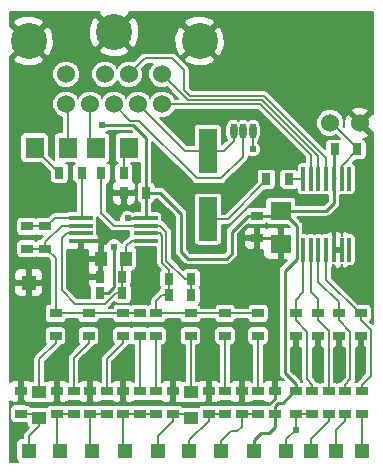
<source format=gtl>
G04 #@! TF.FileFunction,Copper,L1,Top,Signal*
%FSLAX46Y46*%
G04 Gerber Fmt 4.6, Leading zero omitted, Abs format (unit mm)*
G04 Created by KiCad (PCBNEW 4.0.2+dfsg1-stable) date Tue 07 Aug 2018 11:45:59 AM EDT*
%MOMM*%
G01*
G04 APERTURE LIST*
%ADD10C,0.100000*%
%ADD11R,0.300000X2.000000*%
%ADD12R,1.000000X0.800000*%
%ADD13R,1.270000X1.270000*%
%ADD14R,1.600000X3.700000*%
%ADD15R,1.270000X1.016000*%
%ADD16R,1.016000X1.270000*%
%ADD17R,0.800000X1.000000*%
%ADD18R,1.600000X1.800000*%
%ADD19R,1.800000X1.600000*%
%ADD20C,1.524000*%
%ADD21R,2.000000X0.300000*%
%ADD22O,0.635000X1.270000*%
%ADD23C,3.048000*%
%ADD24C,0.609600*%
%ADD25C,0.177800*%
%ADD26C,0.254000*%
G04 APERTURE END LIST*
D10*
D11*
X150495000Y-98933000D03*
X151145000Y-98933000D03*
X151795000Y-98933000D03*
X152445000Y-98933000D03*
X153095000Y-98933000D03*
X153745000Y-98933000D03*
X154395000Y-98933000D03*
X154395000Y-92933000D03*
X153745000Y-92933000D03*
X153095000Y-92933000D03*
X152445000Y-92933000D03*
X151795000Y-92933000D03*
X151145000Y-92933000D03*
X150495000Y-92933000D03*
D12*
X155384500Y-106233000D03*
X155384500Y-104333000D03*
D13*
X155448000Y-115951000D03*
D14*
X142430500Y-90551000D03*
X142430500Y-96351000D03*
D15*
X140970000Y-110998000D03*
X140970000Y-113157000D03*
D12*
X143891000Y-112837000D03*
X143891000Y-110937000D03*
X146685000Y-112837000D03*
X146685000Y-110937000D03*
X138049000Y-112837000D03*
X138049000Y-110937000D03*
X136652000Y-112837000D03*
X136652000Y-110937000D03*
X133858000Y-112837000D03*
X133858000Y-110937000D03*
X131064000Y-112837000D03*
X131064000Y-110937000D03*
D15*
X128143000Y-110998000D03*
X128143000Y-113157000D03*
D16*
X133350000Y-99695000D03*
X135509000Y-99695000D03*
D17*
X139131000Y-101409500D03*
X141031000Y-101409500D03*
D12*
X128651000Y-98867000D03*
X128651000Y-96967000D03*
D18*
X127762000Y-90297000D03*
X130562000Y-90297000D03*
X135763000Y-90297000D03*
X132963000Y-90297000D03*
D19*
X148590000Y-95631000D03*
X148590000Y-98431000D03*
D12*
X146558000Y-96078000D03*
X146558000Y-97978000D03*
D17*
X137221000Y-94107000D03*
X135321000Y-94107000D03*
D13*
X153289000Y-115951000D03*
D20*
X155321000Y-88201500D03*
X152781000Y-88201500D03*
D13*
X151130000Y-115951000D03*
D12*
X149860000Y-112837000D03*
X149860000Y-110937000D03*
X152654000Y-110937000D03*
X152654000Y-112837000D03*
X154051000Y-110937000D03*
X154051000Y-112837000D03*
X155448000Y-110937000D03*
X155448000Y-112837000D03*
X151257000Y-110937000D03*
X151257000Y-112837000D03*
X151765000Y-106233000D03*
X151765000Y-104333000D03*
X153543000Y-106233000D03*
X153543000Y-104333000D03*
X149860000Y-106233000D03*
X149860000Y-104333000D03*
D17*
X153164500Y-90424000D03*
X155064500Y-90424000D03*
X147386000Y-92964000D03*
X149286000Y-92964000D03*
D12*
X139446000Y-112837000D03*
X139446000Y-110937000D03*
X142494000Y-112837000D03*
X142494000Y-110937000D03*
X145288000Y-112837000D03*
X145288000Y-110937000D03*
X135255000Y-112837000D03*
X135255000Y-110937000D03*
X132461000Y-112837000D03*
X132461000Y-110937000D03*
X129667000Y-112837000D03*
X129667000Y-110937000D03*
X126619000Y-112837000D03*
X126619000Y-110937000D03*
X140970000Y-106233000D03*
X140970000Y-104333000D03*
X143891000Y-106233000D03*
X143891000Y-104333000D03*
X146685000Y-106233000D03*
X146685000Y-104333000D03*
X138049000Y-106233000D03*
X138049000Y-104333000D03*
X136652000Y-106233000D03*
X136652000Y-104333000D03*
X135255000Y-106233000D03*
X135255000Y-104333000D03*
X132334000Y-106233000D03*
X132334000Y-104333000D03*
X129540000Y-106233000D03*
X129540000Y-104333000D03*
D17*
X133289000Y-102616000D03*
X135189000Y-102616000D03*
X135189000Y-101219000D03*
X133289000Y-101219000D03*
X139131000Y-102806500D03*
X141031000Y-102806500D03*
D12*
X127127000Y-98867000D03*
X127127000Y-96967000D03*
D17*
X131760000Y-92456000D03*
X129860000Y-92456000D03*
X133416000Y-92456000D03*
X135316000Y-92456000D03*
D13*
X149034500Y-115951000D03*
X140843000Y-115951000D03*
X129921000Y-115951000D03*
X135382000Y-115951000D03*
D21*
X131660000Y-96236000D03*
X131660000Y-96886000D03*
X131660000Y-97536000D03*
X131660000Y-98186000D03*
X137160000Y-98186000D03*
X137160000Y-97536000D03*
X137160000Y-96886000D03*
X137160000Y-96236000D03*
D13*
X143510000Y-115951000D03*
X132588000Y-115951000D03*
X138176000Y-115951000D03*
X127254000Y-115951000D03*
X127254000Y-101727000D03*
X146304000Y-115951000D03*
D12*
X148082000Y-112837000D03*
X148082000Y-110937000D03*
D22*
X144602200Y-88900000D03*
X145415000Y-88900000D03*
X146227800Y-88900000D03*
D20*
X134493000Y-86614000D03*
X132461000Y-86614000D03*
X130429000Y-86614000D03*
X136525000Y-86614000D03*
X138557000Y-86614000D03*
X138557000Y-84074000D03*
X130429000Y-84074000D03*
X135763000Y-84074000D03*
X133731000Y-84074000D03*
D23*
X134493000Y-80518000D03*
X127254000Y-81280000D03*
X141732000Y-81280000D03*
D24*
X126619000Y-109474000D03*
X137223500Y-99314000D03*
X155384500Y-108331000D03*
X153543000Y-108331000D03*
X151765000Y-108331000D03*
X149860000Y-108331000D03*
X148082000Y-108331000D03*
X145288000Y-93472000D03*
X145288000Y-97980500D03*
X135318500Y-95186500D03*
X155575000Y-94488000D03*
X146558000Y-99060000D03*
X153035000Y-97028000D03*
X148590000Y-97028000D03*
X127254000Y-103124000D03*
X127254000Y-100330000D03*
X131660000Y-99021000D03*
X128524000Y-101727000D03*
X133477000Y-88392000D03*
X134484199Y-98679000D03*
X135636000Y-96266000D03*
X149860000Y-114173000D03*
X146240500Y-90424000D03*
D25*
X142430500Y-90551000D02*
X140462000Y-90551000D01*
X140462000Y-90551000D02*
X136525000Y-86614000D01*
X144602200Y-88900000D02*
X144602200Y-89712800D01*
X144602200Y-89712800D02*
X143764000Y-90551000D01*
X143764000Y-90551000D02*
X143408300Y-90551000D01*
X143408300Y-90551000D02*
X142430500Y-90551000D01*
X147386000Y-92964000D02*
X147386000Y-93064000D01*
X147386000Y-93064000D02*
X144099000Y-96351000D01*
X144099000Y-96351000D02*
X142430500Y-96351000D01*
X140970000Y-106233000D02*
X140970000Y-110998000D01*
X143891000Y-106233000D02*
X143891000Y-110937000D01*
X146685000Y-106233000D02*
X146685000Y-106810800D01*
X146685000Y-106810800D02*
X146685000Y-110937000D01*
X138049000Y-106233000D02*
X138049000Y-106810800D01*
X138049000Y-106810800D02*
X138049000Y-110937000D01*
X136652000Y-106233000D02*
X136652000Y-106810800D01*
X136652000Y-106810800D02*
X136652000Y-110937000D01*
X133858000Y-108207800D02*
X133858000Y-110937000D01*
X135255000Y-106233000D02*
X135255000Y-106810800D01*
X135255000Y-106810800D02*
X133858000Y-108207800D01*
X131064000Y-108080800D02*
X131064000Y-110937000D01*
X132334000Y-106233000D02*
X132334000Y-106810800D01*
X132334000Y-106810800D02*
X131064000Y-108080800D01*
X129540000Y-106233000D02*
X129540000Y-106810800D01*
X129540000Y-106810800D02*
X128143000Y-108207800D01*
X128143000Y-108207800D02*
X128143000Y-110998000D01*
D26*
X126619000Y-110937000D02*
X126619000Y-109474000D01*
X155384500Y-106233000D02*
X155384500Y-108331000D01*
X153543000Y-108331000D02*
X153543000Y-106233000D01*
X151765000Y-108331000D02*
X151765000Y-106233000D01*
X149860000Y-108331000D02*
X149860000Y-106233000D01*
X146558000Y-97978000D02*
X145290500Y-97978000D01*
X145290500Y-97978000D02*
X145288000Y-97980500D01*
X135321000Y-95057000D02*
X135321000Y-95184000D01*
X135321000Y-95184000D02*
X135318500Y-95186500D01*
X148082000Y-110937000D02*
X148082000Y-108331000D01*
X146558000Y-97978000D02*
X146558000Y-99060000D01*
X153745000Y-98933000D02*
X153095000Y-98933000D01*
X153095000Y-98933000D02*
X153095000Y-97088000D01*
X153095000Y-97088000D02*
X153035000Y-97028000D01*
X148590000Y-98431000D02*
X148590000Y-97028000D01*
X135321000Y-94107000D02*
X135321000Y-95057000D01*
X148590000Y-98431000D02*
X148457000Y-98431000D01*
X146558000Y-97978000D02*
X148137000Y-97978000D01*
X148137000Y-97978000D02*
X148590000Y-98431000D01*
X147640329Y-112014000D02*
X145288000Y-112014000D01*
X145288000Y-112014000D02*
X142494000Y-112014000D01*
X145288000Y-110937000D02*
X145288000Y-111591000D01*
X145288000Y-111591000D02*
X145288000Y-112014000D01*
X142494000Y-112014000D02*
X139446000Y-112014000D01*
X142494000Y-110937000D02*
X142494000Y-112014000D01*
X139446000Y-112014000D02*
X135255000Y-112014000D01*
X139446000Y-110937000D02*
X139446000Y-112014000D01*
X135255000Y-112014000D02*
X132461000Y-112014000D01*
X135255000Y-110937000D02*
X135255000Y-111591000D01*
X135255000Y-111591000D02*
X135255000Y-112014000D01*
X132461000Y-110937000D02*
X132461000Y-111591000D01*
X132461000Y-112014000D02*
X129667000Y-112014000D01*
X132461000Y-111591000D02*
X132461000Y-112014000D01*
X129667000Y-112014000D02*
X127042000Y-112014000D01*
X129667000Y-110937000D02*
X129667000Y-111591000D01*
X129667000Y-111591000D02*
X129667000Y-112014000D01*
X127042000Y-112014000D02*
X126619000Y-111591000D01*
X126619000Y-111591000D02*
X126619000Y-110937000D01*
X148082000Y-110937000D02*
X148082000Y-111572329D01*
X148082000Y-111572329D02*
X147640329Y-112014000D01*
X127254000Y-101727000D02*
X127254000Y-103124000D01*
X127254000Y-101727000D02*
X127254000Y-100330000D01*
X127254000Y-101727000D02*
X128524000Y-101727000D01*
X131660000Y-99021000D02*
X132334000Y-99695000D01*
X132334000Y-99695000D02*
X133350000Y-99695000D01*
X131660000Y-98186000D02*
X131660000Y-99021000D01*
X133289000Y-101219000D02*
X133289000Y-99756000D01*
X133289000Y-99756000D02*
X133350000Y-99695000D01*
D25*
X135189000Y-102616000D02*
X134611200Y-102616000D01*
X130048000Y-102362000D02*
X130048000Y-97970200D01*
X134611200Y-102616000D02*
X133722200Y-103505000D01*
X133722200Y-103505000D02*
X131191000Y-103505000D01*
X131191000Y-103505000D02*
X130048000Y-102362000D01*
X130048000Y-97970200D02*
X130482200Y-97536000D01*
X130482200Y-97536000D02*
X131660000Y-97536000D01*
X137160000Y-98186000D02*
X135982200Y-98186000D01*
X135982200Y-98186000D02*
X135509000Y-98659200D01*
X135509000Y-98659200D02*
X135509000Y-99695000D01*
X135189000Y-101219000D02*
X135189000Y-100015000D01*
X135189000Y-100015000D02*
X135509000Y-99695000D01*
X135189000Y-102616000D02*
X135189000Y-101219000D01*
X138557000Y-100076000D02*
X139131000Y-100650000D01*
X139131000Y-100650000D02*
X139131000Y-101409500D01*
X138557000Y-97755200D02*
X138557000Y-100076000D01*
X137160000Y-97536000D02*
X138337800Y-97536000D01*
X138337800Y-97536000D02*
X138557000Y-97755200D01*
X139131000Y-101409500D02*
X139131000Y-102806500D01*
X139131000Y-102806500D02*
X138553200Y-102806500D01*
X138553200Y-102806500D02*
X138049000Y-103310700D01*
X138049000Y-103310700D02*
X138049000Y-103755200D01*
X138049000Y-103755200D02*
X138049000Y-104333000D01*
X140716000Y-104079000D02*
X140970000Y-104333000D01*
X143891000Y-104333000D02*
X146685000Y-104333000D01*
X140970000Y-104333000D02*
X143891000Y-104333000D01*
X138049000Y-104333000D02*
X140970000Y-104333000D01*
X141031000Y-101409500D02*
X140453200Y-101409500D01*
X140453200Y-101409500D02*
X138912610Y-99868910D01*
X138912610Y-99868910D02*
X138912610Y-97460810D01*
X138912610Y-97460810D02*
X138337800Y-96886000D01*
X138337800Y-96886000D02*
X137160000Y-96886000D01*
X141031000Y-102806500D02*
X141031000Y-101409500D01*
X134478000Y-96886000D02*
X133416000Y-95824000D01*
X133416000Y-95824000D02*
X133416000Y-92456000D01*
X137160000Y-96886000D02*
X134478000Y-96886000D01*
X129540000Y-104333000D02*
X129540000Y-99656000D01*
X129540000Y-99656000D02*
X128751000Y-98867000D01*
X128751000Y-98867000D02*
X128651000Y-98867000D01*
X131660000Y-96886000D02*
X130054200Y-96886000D01*
X130054200Y-96886000D02*
X128651000Y-98289200D01*
X128651000Y-98289200D02*
X128651000Y-98867000D01*
X127127000Y-98867000D02*
X128651000Y-98867000D01*
X129440000Y-104333000D02*
X129540000Y-104333000D01*
X132334000Y-104333000D02*
X129540000Y-104333000D01*
X135255000Y-104333000D02*
X132334000Y-104333000D01*
X136652000Y-104333000D02*
X135255000Y-104333000D01*
X131760000Y-92456000D02*
X131760000Y-96136000D01*
X131760000Y-96136000D02*
X131660000Y-96236000D01*
X131660000Y-96236000D02*
X129482000Y-96236000D01*
X129482000Y-96236000D02*
X128751000Y-96967000D01*
X128751000Y-96967000D02*
X128651000Y-96967000D01*
X127127000Y-96967000D02*
X128651000Y-96967000D01*
X127762000Y-90297000D02*
X127762000Y-90397000D01*
X127762000Y-90397000D02*
X129821000Y-92456000D01*
X129821000Y-92456000D02*
X129860000Y-92456000D01*
X130562000Y-90297000D02*
X130562000Y-86747000D01*
X130562000Y-86747000D02*
X130429000Y-86614000D01*
X135316000Y-92456000D02*
X135316000Y-90744000D01*
X135316000Y-90744000D02*
X135763000Y-90297000D01*
X132461000Y-86614000D02*
X132461000Y-89795000D01*
X132461000Y-89795000D02*
X132963000Y-90297000D01*
D26*
X148971000Y-109394000D02*
X148971000Y-100711000D01*
X148971000Y-100711000D02*
X149987000Y-99695000D01*
X149860000Y-110937000D02*
X149860000Y-110283000D01*
X149860000Y-110283000D02*
X148971000Y-109394000D01*
X140144500Y-95885000D02*
X138366500Y-94107000D01*
X138366500Y-94107000D02*
X137221000Y-94107000D01*
X140144500Y-99123500D02*
X140144500Y-95885000D01*
X140716000Y-99695000D02*
X140144500Y-99123500D01*
X144018000Y-99695000D02*
X140716000Y-99695000D01*
X144462500Y-99250500D02*
X144018000Y-99695000D01*
X144462500Y-97419500D02*
X144462500Y-99250500D01*
X146558000Y-96078000D02*
X145804000Y-96078000D01*
X145804000Y-96078000D02*
X144462500Y-97419500D01*
X153095000Y-92933000D02*
X153095000Y-90493500D01*
X153095000Y-90493500D02*
X153164500Y-90424000D01*
X152463500Y-95631000D02*
X153095000Y-94999500D01*
X153095000Y-94999500D02*
X153095000Y-92933000D01*
X148590000Y-95631000D02*
X152463500Y-95631000D01*
X149760000Y-110937000D02*
X149860000Y-110937000D01*
X148378000Y-111887000D02*
X148810000Y-111887000D01*
X148810000Y-111887000D02*
X149760000Y-110937000D01*
X153162000Y-92866000D02*
X153095000Y-92933000D01*
X136106642Y-88392000D02*
X133477000Y-88392000D01*
X137221000Y-94107000D02*
X137221000Y-89506358D01*
X137221000Y-89506358D02*
X136106642Y-88392000D01*
X134484199Y-102074801D02*
X134484199Y-98679000D01*
X137160000Y-96236000D02*
X135666000Y-96236000D01*
X135666000Y-96236000D02*
X135636000Y-96266000D01*
X146558000Y-96078000D02*
X148143000Y-96078000D01*
X148143000Y-96078000D02*
X148590000Y-95631000D01*
X149987000Y-99695000D02*
X149987000Y-96928000D01*
X149987000Y-96928000D02*
X148690000Y-95631000D01*
X148690000Y-95631000D02*
X148590000Y-95631000D01*
X137221000Y-94107000D02*
X137221000Y-96175000D01*
X137221000Y-96175000D02*
X137160000Y-96236000D01*
X133289000Y-102616000D02*
X133943000Y-102616000D01*
X133943000Y-102616000D02*
X134484199Y-102074801D01*
X148378000Y-111887000D02*
X148082000Y-112183000D01*
X148082000Y-112183000D02*
X148082000Y-112837000D01*
X147574000Y-114427000D02*
X148082000Y-113919000D01*
X148082000Y-113919000D02*
X148082000Y-112837000D01*
X146939000Y-114427000D02*
X147574000Y-114427000D01*
X146304000Y-115951000D02*
X146304000Y-115062000D01*
X146304000Y-115062000D02*
X146939000Y-114427000D01*
D25*
X145415000Y-88900000D02*
X145415000Y-91059000D01*
X145415000Y-91059000D02*
X143573500Y-92900500D01*
X143573500Y-92900500D02*
X141478000Y-92900500D01*
X135877290Y-87998290D02*
X134493000Y-86614000D01*
X141478000Y-92900500D02*
X136575790Y-87998290D01*
X136575790Y-87998290D02*
X135877290Y-87998290D01*
X155064500Y-90424000D02*
X155064500Y-90324000D01*
X155064500Y-90324000D02*
X152942000Y-88201500D01*
X152942000Y-88201500D02*
X152781000Y-88201500D01*
X155064500Y-90424000D02*
X155064500Y-90524000D01*
X155064500Y-90524000D02*
X153745000Y-91843500D01*
X153745000Y-91843500D02*
X153745000Y-92933000D01*
X149034500Y-115951000D02*
X149034500Y-114998500D01*
X149034500Y-114998500D02*
X149860000Y-114173000D01*
X149860000Y-112837000D02*
X149860000Y-114173000D01*
X146227800Y-88900000D02*
X146227800Y-90411300D01*
X146227800Y-90411300D02*
X146240500Y-90424000D01*
X151257000Y-112837000D02*
X149860000Y-112837000D01*
X149760000Y-112837000D02*
X149860000Y-112837000D01*
X152654000Y-105918000D02*
X152654000Y-110937000D01*
X151765000Y-104333000D02*
X151765000Y-104910800D01*
X151765000Y-104910800D02*
X152654000Y-105799800D01*
X152654000Y-105799800D02*
X152654000Y-105918000D01*
X151765000Y-103378000D02*
X151765000Y-104333000D01*
X151145000Y-102504000D02*
X151765000Y-103124000D01*
X151765000Y-103124000D02*
X151765000Y-103378000D01*
X151145000Y-98933000D02*
X151145000Y-102504000D01*
X153543000Y-103378000D02*
X153543000Y-103568500D01*
X151795000Y-98933000D02*
X151795000Y-101630000D01*
X151795000Y-101630000D02*
X153543000Y-103378000D01*
X153543000Y-103568500D02*
X153543000Y-104333000D01*
X154495500Y-109914700D02*
X154495500Y-105863300D01*
X154495500Y-105863300D02*
X153543000Y-104910800D01*
X153543000Y-104910800D02*
X153543000Y-104333000D01*
X154051000Y-110937000D02*
X154051000Y-110359200D01*
X154051000Y-110359200D02*
X154495500Y-109914700D01*
X152445000Y-98933000D02*
X152445000Y-101493500D01*
X152445000Y-101493500D02*
X155284500Y-104333000D01*
X155284500Y-104333000D02*
X155384500Y-104333000D01*
X156210000Y-109597200D02*
X156210000Y-105736300D01*
X156210000Y-105736300D02*
X155384500Y-104910800D01*
X155384500Y-104910800D02*
X155384500Y-104333000D01*
X155448000Y-110937000D02*
X155448000Y-110359200D01*
X155448000Y-110359200D02*
X156210000Y-109597200D01*
X149860000Y-103187500D02*
X149860000Y-104333000D01*
X150495000Y-98933000D02*
X150495000Y-102552500D01*
X150495000Y-102552500D02*
X149860000Y-103187500D01*
X150812500Y-109914700D02*
X150812500Y-105863300D01*
X150812500Y-105863300D02*
X149860000Y-104910800D01*
X149860000Y-104910800D02*
X149860000Y-104333000D01*
X151257000Y-110937000D02*
X151257000Y-110359200D01*
X151257000Y-110359200D02*
X150812500Y-109914700D01*
X150495000Y-92933000D02*
X149317000Y-92933000D01*
X149317000Y-92933000D02*
X149286000Y-92964000D01*
X155448000Y-112837000D02*
X155448000Y-113414800D01*
X155448000Y-113414800D02*
X155448000Y-115951000D01*
X138176000Y-114684800D02*
X138176000Y-115951000D01*
X139446000Y-112837000D02*
X139446000Y-113414800D01*
X139446000Y-113414800D02*
X138176000Y-114684800D01*
X139446000Y-112837000D02*
X140650000Y-112837000D01*
X140650000Y-112837000D02*
X140970000Y-113157000D01*
X142494000Y-112837000D02*
X142494000Y-113414800D01*
X142494000Y-113414800D02*
X140843000Y-115065800D01*
X140843000Y-115065800D02*
X140843000Y-115951000D01*
X143891000Y-112837000D02*
X142494000Y-112837000D01*
X145288000Y-112837000D02*
X145288000Y-113919000D01*
X144348200Y-114300000D02*
X144907000Y-114300000D01*
X144907000Y-114300000D02*
X145288000Y-113919000D01*
X143510000Y-115951000D02*
X143510000Y-115138200D01*
X143510000Y-115138200D02*
X144348200Y-114300000D01*
X146685000Y-112837000D02*
X145288000Y-112837000D01*
X135255000Y-112837000D02*
X135255000Y-115824000D01*
X135255000Y-115824000D02*
X135382000Y-115951000D01*
X135255000Y-112837000D02*
X136652000Y-112837000D01*
X138049000Y-112837000D02*
X136652000Y-112837000D01*
X132461000Y-112837000D02*
X132461000Y-115824000D01*
X132461000Y-115824000D02*
X132588000Y-115951000D01*
X133858000Y-112837000D02*
X132461000Y-112837000D01*
X129667000Y-112837000D02*
X129667000Y-115697000D01*
X129667000Y-115697000D02*
X129921000Y-115951000D01*
X129667000Y-112837000D02*
X131064000Y-112837000D01*
X127254000Y-114731800D02*
X127254000Y-115951000D01*
X128143000Y-113157000D02*
X128143000Y-113842800D01*
X128143000Y-113842800D02*
X127254000Y-114731800D01*
X126619000Y-112837000D02*
X127823000Y-112837000D01*
X127823000Y-112837000D02*
X128143000Y-113157000D01*
X138557000Y-86614000D02*
X146875500Y-86614000D01*
X146875500Y-86614000D02*
X151145000Y-90883500D01*
X151145000Y-90883500D02*
X151145000Y-92933000D01*
X151145000Y-92933000D02*
X151145000Y-92123500D01*
X138557000Y-84074000D02*
X140741390Y-86258390D01*
X140741390Y-86258390D02*
X147022798Y-86258390D01*
X147022798Y-86258390D02*
X151795000Y-91030592D01*
X151795000Y-91030592D02*
X151795000Y-92933000D01*
X135763000Y-84074000D02*
X137096500Y-82740500D01*
X139382500Y-82740500D02*
X140398500Y-83756500D01*
X140398500Y-85412592D02*
X140888688Y-85902780D01*
X137096500Y-82740500D02*
X139382500Y-82740500D01*
X140398500Y-83756500D02*
X140398500Y-85412592D01*
X140888688Y-85902780D02*
X147170096Y-85902780D01*
X147170096Y-85902780D02*
X152445000Y-91177684D01*
X152445000Y-91177684D02*
X152445000Y-92933000D01*
X154051000Y-113474500D02*
X153289000Y-114236500D01*
X153289000Y-114236500D02*
X153289000Y-115951000D01*
X154051000Y-112837000D02*
X154051000Y-113474500D01*
X153416000Y-115824000D02*
X153289000Y-115951000D01*
X152654000Y-112837000D02*
X152654000Y-113414800D01*
X152654000Y-113414800D02*
X151130000Y-114938800D01*
X151130000Y-114938800D02*
X151130000Y-115951000D01*
G36*
X133190972Y-78982486D02*
X134493000Y-80284513D01*
X135795028Y-78982486D01*
X135710549Y-78828900D01*
X156375100Y-78828900D01*
X156375100Y-87475226D01*
X156304107Y-87451880D01*
X155554487Y-88201500D01*
X156304107Y-88951120D01*
X156375100Y-88927774D01*
X156375100Y-105218900D01*
X156169485Y-105013285D01*
X156254287Y-104889172D01*
X156285913Y-104733000D01*
X156285913Y-103933000D01*
X156258461Y-103787103D01*
X156172236Y-103653106D01*
X156040672Y-103563213D01*
X155884500Y-103531587D01*
X155165586Y-103531587D01*
X152927600Y-101293600D01*
X152927600Y-100473075D01*
X153020000Y-100380675D01*
X153020000Y-100104602D01*
X153088973Y-100271117D01*
X153170000Y-100352144D01*
X153170000Y-100380675D01*
X153319225Y-100529900D01*
X153363731Y-100529900D01*
X153420000Y-100506593D01*
X153476269Y-100529900D01*
X153520775Y-100529900D01*
X153670000Y-100380675D01*
X153670000Y-100352144D01*
X153751027Y-100271117D01*
X153820000Y-100104602D01*
X153820000Y-100380675D01*
X153969225Y-100529900D01*
X154013731Y-100529900D01*
X154233117Y-100439028D01*
X154337731Y-100334413D01*
X154545000Y-100334413D01*
X154690897Y-100306961D01*
X154824894Y-100220736D01*
X154914787Y-100089172D01*
X154946413Y-99933000D01*
X154946413Y-97933000D01*
X154918961Y-97787103D01*
X154832736Y-97653106D01*
X154701172Y-97563213D01*
X154545000Y-97531587D01*
X154337731Y-97531587D01*
X154233117Y-97426972D01*
X154013731Y-97336100D01*
X153969225Y-97336100D01*
X153820000Y-97485325D01*
X153820000Y-97761398D01*
X153751027Y-97594883D01*
X153670000Y-97513856D01*
X153670000Y-97485325D01*
X153520775Y-97336100D01*
X153476269Y-97336100D01*
X153420000Y-97359407D01*
X153363731Y-97336100D01*
X153319225Y-97336100D01*
X153170000Y-97485325D01*
X153170000Y-97513856D01*
X153088973Y-97594883D01*
X153020000Y-97761398D01*
X153020000Y-97485325D01*
X152870775Y-97336100D01*
X152826269Y-97336100D01*
X152606883Y-97426972D01*
X152502269Y-97531587D01*
X152295000Y-97531587D01*
X152149103Y-97559039D01*
X152121273Y-97576947D01*
X152101172Y-97563213D01*
X151945000Y-97531587D01*
X151645000Y-97531587D01*
X151499103Y-97559039D01*
X151471273Y-97576947D01*
X151451172Y-97563213D01*
X151295000Y-97531587D01*
X150995000Y-97531587D01*
X150849103Y-97559039D01*
X150821273Y-97576947D01*
X150801172Y-97563213D01*
X150645000Y-97531587D01*
X150507700Y-97531587D01*
X150507700Y-96928005D01*
X150507701Y-96928000D01*
X150468064Y-96728737D01*
X150449743Y-96701317D01*
X150355191Y-96559809D01*
X150355188Y-96559807D01*
X149947081Y-96151700D01*
X152463495Y-96151700D01*
X152463500Y-96151701D01*
X152662763Y-96112064D01*
X152831691Y-95999191D01*
X153463188Y-95367693D01*
X153463191Y-95367691D01*
X153576064Y-95198763D01*
X153615701Y-94999500D01*
X153615700Y-94999495D01*
X153615700Y-94334413D01*
X153895000Y-94334413D01*
X154040897Y-94306961D01*
X154068727Y-94289053D01*
X154088828Y-94302787D01*
X154245000Y-94334413D01*
X154545000Y-94334413D01*
X154690897Y-94306961D01*
X154824894Y-94220736D01*
X154914787Y-94089172D01*
X154946413Y-93933000D01*
X154946413Y-91933000D01*
X154918961Y-91787103D01*
X154832736Y-91653106D01*
X154705102Y-91565898D01*
X154945587Y-91325413D01*
X155464500Y-91325413D01*
X155610397Y-91297961D01*
X155744394Y-91211736D01*
X155834287Y-91080172D01*
X155865913Y-90924000D01*
X155865913Y-89924000D01*
X155838461Y-89778103D01*
X155752236Y-89644106D01*
X155620672Y-89554213D01*
X155572902Y-89544539D01*
X155699267Y-89534386D01*
X155996018Y-89411467D01*
X156070620Y-89184607D01*
X155321000Y-88434987D01*
X155306858Y-88449129D01*
X155073371Y-88215642D01*
X155087513Y-88201500D01*
X154337893Y-87451880D01*
X154111033Y-87526482D01*
X153944817Y-88040899D01*
X153986834Y-88563834D01*
X153912702Y-88489702D01*
X153936499Y-88432392D01*
X153936901Y-87972626D01*
X153761326Y-87547704D01*
X153436506Y-87222316D01*
X153427059Y-87218393D01*
X154571380Y-87218393D01*
X155321000Y-87968013D01*
X156070620Y-87218393D01*
X155996018Y-86991533D01*
X155481601Y-86825317D01*
X154942733Y-86868614D01*
X154645982Y-86991533D01*
X154571380Y-87218393D01*
X153427059Y-87218393D01*
X153011892Y-87046001D01*
X152552126Y-87045599D01*
X152127204Y-87221174D01*
X151801816Y-87545994D01*
X151625501Y-87970608D01*
X151625099Y-88430374D01*
X151800674Y-88855296D01*
X152125494Y-89180684D01*
X152550108Y-89356999D01*
X153009874Y-89357401D01*
X153296832Y-89238832D01*
X153584672Y-89526672D01*
X153564500Y-89522587D01*
X152764500Y-89522587D01*
X152618603Y-89550039D01*
X152484606Y-89636264D01*
X152394713Y-89767828D01*
X152363087Y-89924000D01*
X152363087Y-90413271D01*
X147511346Y-85561530D01*
X147354779Y-85456916D01*
X147170096Y-85420180D01*
X141088587Y-85420180D01*
X140881100Y-85212692D01*
X140881100Y-83756500D01*
X140844364Y-83571817D01*
X140739750Y-83415250D01*
X140140014Y-82815514D01*
X140429972Y-82815514D01*
X140598222Y-83121397D01*
X141389198Y-83415107D01*
X142232362Y-83383766D01*
X142865778Y-83121397D01*
X143034028Y-82815514D01*
X141732000Y-81513487D01*
X140429972Y-82815514D01*
X140140014Y-82815514D01*
X139723750Y-82399250D01*
X139567183Y-82294636D01*
X139382500Y-82257900D01*
X137096505Y-82257900D01*
X137096500Y-82257899D01*
X136911817Y-82294636D01*
X136755250Y-82399250D01*
X136164964Y-82989536D01*
X135993892Y-82918501D01*
X135534126Y-82918099D01*
X135109204Y-83093674D01*
X134783816Y-83418494D01*
X134747127Y-83506850D01*
X134711326Y-83420204D01*
X134386506Y-83094816D01*
X133961892Y-82918501D01*
X133502126Y-82918099D01*
X133077204Y-83093674D01*
X132751816Y-83418494D01*
X132575501Y-83843108D01*
X132575099Y-84302874D01*
X132750674Y-84727796D01*
X133075494Y-85053184D01*
X133500108Y-85229499D01*
X133959874Y-85229901D01*
X134384796Y-85054326D01*
X134710184Y-84729506D01*
X134746873Y-84641150D01*
X134782674Y-84727796D01*
X135107494Y-85053184D01*
X135532108Y-85229499D01*
X135991874Y-85229901D01*
X136416796Y-85054326D01*
X136742184Y-84729506D01*
X136918499Y-84304892D01*
X136918901Y-83845126D01*
X136847406Y-83672094D01*
X137296400Y-83223100D01*
X137773552Y-83223100D01*
X137577816Y-83418494D01*
X137401501Y-83843108D01*
X137401099Y-84302874D01*
X137576674Y-84727796D01*
X137901494Y-85053184D01*
X138326108Y-85229499D01*
X138785874Y-85229901D01*
X138958906Y-85158406D01*
X139931900Y-86131400D01*
X139608063Y-86131400D01*
X139537326Y-85960204D01*
X139212506Y-85634816D01*
X138787892Y-85458501D01*
X138328126Y-85458099D01*
X137903204Y-85633674D01*
X137577816Y-85958494D01*
X137541127Y-86046850D01*
X137505326Y-85960204D01*
X137180506Y-85634816D01*
X136755892Y-85458501D01*
X136296126Y-85458099D01*
X135871204Y-85633674D01*
X135545816Y-85958494D01*
X135509127Y-86046850D01*
X135473326Y-85960204D01*
X135148506Y-85634816D01*
X134723892Y-85458501D01*
X134264126Y-85458099D01*
X133839204Y-85633674D01*
X133513816Y-85958494D01*
X133477127Y-86046850D01*
X133441326Y-85960204D01*
X133116506Y-85634816D01*
X132691892Y-85458501D01*
X132232126Y-85458099D01*
X131807204Y-85633674D01*
X131481816Y-85958494D01*
X131445127Y-86046850D01*
X131409326Y-85960204D01*
X131084506Y-85634816D01*
X130659892Y-85458501D01*
X130200126Y-85458099D01*
X129775204Y-85633674D01*
X129449816Y-85958494D01*
X129273501Y-86383108D01*
X129273099Y-86842874D01*
X129448674Y-87267796D01*
X129773494Y-87593184D01*
X130079400Y-87720207D01*
X130079400Y-88995587D01*
X129762000Y-88995587D01*
X129616103Y-89023039D01*
X129482106Y-89109264D01*
X129392213Y-89240828D01*
X129360587Y-89397000D01*
X129360587Y-91197000D01*
X129387492Y-91339992D01*
X128963413Y-90915913D01*
X128963413Y-89397000D01*
X128935961Y-89251103D01*
X128849736Y-89117106D01*
X128718172Y-89027213D01*
X128562000Y-88995587D01*
X126962000Y-88995587D01*
X126816103Y-89023039D01*
X126682106Y-89109264D01*
X126592213Y-89240828D01*
X126560587Y-89397000D01*
X126560587Y-91197000D01*
X126588039Y-91342897D01*
X126674264Y-91476894D01*
X126805828Y-91566787D01*
X126962000Y-91598413D01*
X128280913Y-91598413D01*
X129058587Y-92376087D01*
X129058587Y-92956000D01*
X129086039Y-93101897D01*
X129172264Y-93235894D01*
X129303828Y-93325787D01*
X129460000Y-93357413D01*
X130260000Y-93357413D01*
X130405897Y-93329961D01*
X130539894Y-93243736D01*
X130629787Y-93112172D01*
X130661413Y-92956000D01*
X130661413Y-91956000D01*
X130633961Y-91810103D01*
X130547736Y-91676106D01*
X130434027Y-91598413D01*
X131188657Y-91598413D01*
X131080106Y-91668264D01*
X130990213Y-91799828D01*
X130958587Y-91956000D01*
X130958587Y-92956000D01*
X130986039Y-93101897D01*
X131072264Y-93235894D01*
X131203828Y-93325787D01*
X131277400Y-93340686D01*
X131277400Y-95684587D01*
X130660000Y-95684587D01*
X130514103Y-95712039D01*
X130449826Y-95753400D01*
X129482000Y-95753400D01*
X129297317Y-95790136D01*
X129140750Y-95894750D01*
X128869913Y-96165587D01*
X128151000Y-96165587D01*
X128005103Y-96193039D01*
X127887664Y-96268609D01*
X127783172Y-96197213D01*
X127627000Y-96165587D01*
X126627000Y-96165587D01*
X126481103Y-96193039D01*
X126347106Y-96279264D01*
X126257213Y-96410828D01*
X126225587Y-96567000D01*
X126225587Y-97367000D01*
X126253039Y-97512897D01*
X126339264Y-97646894D01*
X126470828Y-97736787D01*
X126627000Y-97768413D01*
X127627000Y-97768413D01*
X127772897Y-97740961D01*
X127890336Y-97665391D01*
X127994828Y-97736787D01*
X128151000Y-97768413D01*
X128489287Y-97768413D01*
X128309750Y-97947950D01*
X128231148Y-98065587D01*
X128151000Y-98065587D01*
X128005103Y-98093039D01*
X127887664Y-98168609D01*
X127783172Y-98097213D01*
X127627000Y-98065587D01*
X126627000Y-98065587D01*
X126481103Y-98093039D01*
X126347106Y-98179264D01*
X126257213Y-98310828D01*
X126225587Y-98467000D01*
X126225587Y-99267000D01*
X126253039Y-99412897D01*
X126339264Y-99546894D01*
X126470828Y-99636787D01*
X126627000Y-99668413D01*
X127627000Y-99668413D01*
X127772897Y-99640961D01*
X127890336Y-99565391D01*
X127994828Y-99636787D01*
X128151000Y-99668413D01*
X128869914Y-99668413D01*
X129057400Y-99855899D01*
X129057400Y-103531587D01*
X129040000Y-103531587D01*
X128894103Y-103559039D01*
X128760106Y-103645264D01*
X128670213Y-103776828D01*
X128638587Y-103933000D01*
X128638587Y-104733000D01*
X128666039Y-104878897D01*
X128752264Y-105012894D01*
X128883828Y-105102787D01*
X129040000Y-105134413D01*
X130040000Y-105134413D01*
X130185897Y-105106961D01*
X130319894Y-105020736D01*
X130409787Y-104889172D01*
X130424686Y-104815600D01*
X131448129Y-104815600D01*
X131460039Y-104878897D01*
X131546264Y-105012894D01*
X131677828Y-105102787D01*
X131834000Y-105134413D01*
X132834000Y-105134413D01*
X132979897Y-105106961D01*
X133113894Y-105020736D01*
X133203787Y-104889172D01*
X133218686Y-104815600D01*
X134369129Y-104815600D01*
X134381039Y-104878897D01*
X134467264Y-105012894D01*
X134598828Y-105102787D01*
X134755000Y-105134413D01*
X135755000Y-105134413D01*
X135900897Y-105106961D01*
X135952932Y-105073477D01*
X135995828Y-105102787D01*
X136152000Y-105134413D01*
X137152000Y-105134413D01*
X137297897Y-105106961D01*
X137349932Y-105073477D01*
X137392828Y-105102787D01*
X137549000Y-105134413D01*
X138549000Y-105134413D01*
X138694897Y-105106961D01*
X138828894Y-105020736D01*
X138918787Y-104889172D01*
X138933686Y-104815600D01*
X140084129Y-104815600D01*
X140096039Y-104878897D01*
X140182264Y-105012894D01*
X140313828Y-105102787D01*
X140470000Y-105134413D01*
X141470000Y-105134413D01*
X141615897Y-105106961D01*
X141749894Y-105020736D01*
X141839787Y-104889172D01*
X141854686Y-104815600D01*
X143005129Y-104815600D01*
X143017039Y-104878897D01*
X143103264Y-105012894D01*
X143234828Y-105102787D01*
X143391000Y-105134413D01*
X144391000Y-105134413D01*
X144536897Y-105106961D01*
X144670894Y-105020736D01*
X144760787Y-104889172D01*
X144775686Y-104815600D01*
X145799129Y-104815600D01*
X145811039Y-104878897D01*
X145897264Y-105012894D01*
X146028828Y-105102787D01*
X146185000Y-105134413D01*
X147185000Y-105134413D01*
X147330897Y-105106961D01*
X147464894Y-105020736D01*
X147554787Y-104889172D01*
X147586413Y-104733000D01*
X147586413Y-103933000D01*
X147558961Y-103787103D01*
X147472736Y-103653106D01*
X147341172Y-103563213D01*
X147185000Y-103531587D01*
X146185000Y-103531587D01*
X146039103Y-103559039D01*
X145905106Y-103645264D01*
X145815213Y-103776828D01*
X145800314Y-103850400D01*
X144776871Y-103850400D01*
X144764961Y-103787103D01*
X144678736Y-103653106D01*
X144547172Y-103563213D01*
X144391000Y-103531587D01*
X143391000Y-103531587D01*
X143245103Y-103559039D01*
X143111106Y-103645264D01*
X143021213Y-103776828D01*
X143006314Y-103850400D01*
X141855871Y-103850400D01*
X141843961Y-103787103D01*
X141757736Y-103653106D01*
X141690646Y-103607266D01*
X141710894Y-103594236D01*
X141800787Y-103462672D01*
X141832413Y-103306500D01*
X141832413Y-102306500D01*
X141804961Y-102160603D01*
X141771477Y-102108568D01*
X141800787Y-102065672D01*
X141832413Y-101909500D01*
X141832413Y-100909500D01*
X141804961Y-100763603D01*
X141718736Y-100629606D01*
X141587172Y-100539713D01*
X141431000Y-100508087D01*
X140631000Y-100508087D01*
X140485103Y-100535539D01*
X140351106Y-100621764D01*
X140349831Y-100623631D01*
X139395210Y-99669010D01*
X139395210Y-97460810D01*
X139358474Y-97276127D01*
X139253860Y-97119560D01*
X138679050Y-96544750D01*
X138547117Y-96456596D01*
X138561413Y-96386000D01*
X138561413Y-96086000D01*
X138533961Y-95940103D01*
X138447736Y-95806106D01*
X138316172Y-95716213D01*
X138160000Y-95684587D01*
X137741700Y-95684587D01*
X137741700Y-94985702D01*
X137766897Y-94980961D01*
X137900894Y-94894736D01*
X137990787Y-94763172D01*
X138018221Y-94627700D01*
X138150818Y-94627700D01*
X139623800Y-96100681D01*
X139623800Y-99123495D01*
X139623799Y-99123500D01*
X139663436Y-99322763D01*
X139776309Y-99491691D01*
X140347807Y-100063188D01*
X140347809Y-100063191D01*
X140464056Y-100140864D01*
X140516737Y-100176064D01*
X140716000Y-100215701D01*
X140716005Y-100215700D01*
X144017995Y-100215700D01*
X144018000Y-100215701D01*
X144217263Y-100176064D01*
X144386191Y-100063191D01*
X144830688Y-99618693D01*
X144830691Y-99618691D01*
X144943564Y-99449763D01*
X144957914Y-99377621D01*
X144983201Y-99250500D01*
X144983200Y-99250495D01*
X144983200Y-98292325D01*
X145461100Y-98292325D01*
X145461100Y-98496731D01*
X145551973Y-98716117D01*
X145719883Y-98884028D01*
X145939269Y-98974900D01*
X146243675Y-98974900D01*
X146392900Y-98825675D01*
X146392900Y-98143100D01*
X145610325Y-98143100D01*
X145461100Y-98292325D01*
X144983200Y-98292325D01*
X144983200Y-97635182D01*
X145159112Y-97459269D01*
X145461100Y-97459269D01*
X145461100Y-97663675D01*
X145610325Y-97812900D01*
X146392900Y-97812900D01*
X146392900Y-97130325D01*
X146723100Y-97130325D01*
X146723100Y-97812900D01*
X146743100Y-97812900D01*
X146743100Y-98143100D01*
X146723100Y-98143100D01*
X146723100Y-98825675D01*
X146872325Y-98974900D01*
X147093100Y-98974900D01*
X147093100Y-99349731D01*
X147183973Y-99569117D01*
X147351883Y-99737028D01*
X147571269Y-99827900D01*
X148275675Y-99827900D01*
X148424900Y-99678675D01*
X148424900Y-98596100D01*
X148404900Y-98596100D01*
X148404900Y-98265900D01*
X148424900Y-98265900D01*
X148424900Y-97183325D01*
X148275675Y-97034100D01*
X147571269Y-97034100D01*
X147420638Y-97096493D01*
X147396117Y-97071972D01*
X147176731Y-96981100D01*
X146872325Y-96981100D01*
X146723100Y-97130325D01*
X146392900Y-97130325D01*
X146243675Y-96981100D01*
X145939269Y-96981100D01*
X145719883Y-97071972D01*
X145551973Y-97239883D01*
X145461100Y-97459269D01*
X145159112Y-97459269D01*
X145823864Y-96794517D01*
X145901828Y-96847787D01*
X146058000Y-96879413D01*
X147058000Y-96879413D01*
X147203897Y-96851961D01*
X147337894Y-96765736D01*
X147389218Y-96690620D01*
X147402264Y-96710894D01*
X147533828Y-96800787D01*
X147690000Y-96832413D01*
X149155032Y-96832413D01*
X149356719Y-97034100D01*
X148904325Y-97034100D01*
X148755100Y-97183325D01*
X148755100Y-98265900D01*
X148775100Y-98265900D01*
X148775100Y-98596100D01*
X148755100Y-98596100D01*
X148755100Y-99678675D01*
X148904325Y-99827900D01*
X149117719Y-99827900D01*
X148602809Y-100342809D01*
X148489936Y-100511737D01*
X148450299Y-100711000D01*
X148450300Y-100711005D01*
X148450300Y-109393995D01*
X148450299Y-109394000D01*
X148489936Y-109593263D01*
X148602809Y-109762191D01*
X148837277Y-109996659D01*
X148700731Y-109940100D01*
X148396325Y-109940100D01*
X148247100Y-110089325D01*
X148247100Y-110771900D01*
X148267100Y-110771900D01*
X148267100Y-111102100D01*
X148247100Y-111102100D01*
X148247100Y-111122100D01*
X147916900Y-111122100D01*
X147916900Y-111102100D01*
X147896900Y-111102100D01*
X147896900Y-110771900D01*
X147916900Y-110771900D01*
X147916900Y-110089325D01*
X147767675Y-109940100D01*
X147463269Y-109940100D01*
X147243883Y-110030972D01*
X147167600Y-110107255D01*
X147167600Y-107034413D01*
X147185000Y-107034413D01*
X147330897Y-107006961D01*
X147464894Y-106920736D01*
X147554787Y-106789172D01*
X147586413Y-106633000D01*
X147586413Y-105833000D01*
X147558961Y-105687103D01*
X147472736Y-105553106D01*
X147341172Y-105463213D01*
X147185000Y-105431587D01*
X146185000Y-105431587D01*
X146039103Y-105459039D01*
X145905106Y-105545264D01*
X145815213Y-105676828D01*
X145783587Y-105833000D01*
X145783587Y-106633000D01*
X145811039Y-106778897D01*
X145897264Y-106912894D01*
X146028828Y-107002787D01*
X146185000Y-107034413D01*
X146202400Y-107034413D01*
X146202400Y-110107255D01*
X146126117Y-110030972D01*
X145906731Y-109940100D01*
X145602325Y-109940100D01*
X145453100Y-110089325D01*
X145453100Y-110771900D01*
X145473100Y-110771900D01*
X145473100Y-111102100D01*
X145453100Y-111102100D01*
X145453100Y-111784675D01*
X145602325Y-111933900D01*
X145906731Y-111933900D01*
X146126117Y-111843028D01*
X146230731Y-111738413D01*
X147139269Y-111738413D01*
X147243883Y-111843028D01*
X147463269Y-111933900D01*
X147634236Y-111933900D01*
X147600936Y-111983737D01*
X147590622Y-112035587D01*
X147582000Y-112035587D01*
X147436103Y-112063039D01*
X147384068Y-112096523D01*
X147341172Y-112067213D01*
X147185000Y-112035587D01*
X146185000Y-112035587D01*
X146039103Y-112063039D01*
X145987068Y-112096523D01*
X145944172Y-112067213D01*
X145788000Y-112035587D01*
X144788000Y-112035587D01*
X144642103Y-112063039D01*
X144590068Y-112096523D01*
X144547172Y-112067213D01*
X144391000Y-112035587D01*
X143391000Y-112035587D01*
X143245103Y-112063039D01*
X143193068Y-112096523D01*
X143150172Y-112067213D01*
X142994000Y-112035587D01*
X141994000Y-112035587D01*
X141848103Y-112063039D01*
X141714106Y-112149264D01*
X141641829Y-112255045D01*
X141605000Y-112247587D01*
X140335000Y-112247587D01*
X140296608Y-112254811D01*
X140233736Y-112157106D01*
X140102172Y-112067213D01*
X139946000Y-112035587D01*
X138946000Y-112035587D01*
X138800103Y-112063039D01*
X138748068Y-112096523D01*
X138705172Y-112067213D01*
X138549000Y-112035587D01*
X137549000Y-112035587D01*
X137403103Y-112063039D01*
X137351068Y-112096523D01*
X137308172Y-112067213D01*
X137152000Y-112035587D01*
X136152000Y-112035587D01*
X136006103Y-112063039D01*
X135954068Y-112096523D01*
X135911172Y-112067213D01*
X135755000Y-112035587D01*
X134755000Y-112035587D01*
X134609103Y-112063039D01*
X134557068Y-112096523D01*
X134514172Y-112067213D01*
X134358000Y-112035587D01*
X133358000Y-112035587D01*
X133212103Y-112063039D01*
X133160068Y-112096523D01*
X133117172Y-112067213D01*
X132961000Y-112035587D01*
X131961000Y-112035587D01*
X131815103Y-112063039D01*
X131763068Y-112096523D01*
X131720172Y-112067213D01*
X131564000Y-112035587D01*
X130564000Y-112035587D01*
X130418103Y-112063039D01*
X130366068Y-112096523D01*
X130323172Y-112067213D01*
X130167000Y-112035587D01*
X129167000Y-112035587D01*
X129021103Y-112063039D01*
X128887106Y-112149264D01*
X128814829Y-112255045D01*
X128778000Y-112247587D01*
X127508000Y-112247587D01*
X127469608Y-112254811D01*
X127406736Y-112157106D01*
X127275172Y-112067213D01*
X127119000Y-112035587D01*
X126119000Y-112035587D01*
X125973103Y-112063039D01*
X125839106Y-112149264D01*
X125749213Y-112280828D01*
X125717587Y-112437000D01*
X125717587Y-113237000D01*
X125745039Y-113382897D01*
X125831264Y-113516894D01*
X125962828Y-113606787D01*
X126119000Y-113638413D01*
X127106587Y-113638413D01*
X127106587Y-113665000D01*
X127134039Y-113810897D01*
X127220264Y-113944894D01*
X127302332Y-114000968D01*
X126912750Y-114390550D01*
X126808136Y-114547117D01*
X126771400Y-114731800D01*
X126771400Y-114914587D01*
X126619000Y-114914587D01*
X126473103Y-114942039D01*
X126339106Y-115028264D01*
X126249213Y-115159828D01*
X126217587Y-115316000D01*
X126217587Y-116586000D01*
X126245039Y-116731897D01*
X126331264Y-116865894D01*
X126349128Y-116878100D01*
X125691900Y-116878100D01*
X125691900Y-111754044D01*
X125780883Y-111843028D01*
X126000269Y-111933900D01*
X126304675Y-111933900D01*
X126453900Y-111784675D01*
X126453900Y-111102100D01*
X126433900Y-111102100D01*
X126433900Y-110771900D01*
X126453900Y-110771900D01*
X126453900Y-110089325D01*
X126784100Y-110089325D01*
X126784100Y-110771900D01*
X126804100Y-110771900D01*
X126804100Y-111102100D01*
X126784100Y-111102100D01*
X126784100Y-111784675D01*
X126933325Y-111933900D01*
X127237731Y-111933900D01*
X127369426Y-111879351D01*
X127508000Y-111907413D01*
X128778000Y-111907413D01*
X128919875Y-111880718D01*
X129048269Y-111933900D01*
X129352675Y-111933900D01*
X129501900Y-111784675D01*
X129501900Y-111102100D01*
X129481900Y-111102100D01*
X129481900Y-110771900D01*
X129501900Y-110771900D01*
X129501900Y-110089325D01*
X129832100Y-110089325D01*
X129832100Y-110771900D01*
X129852100Y-110771900D01*
X129852100Y-111102100D01*
X129832100Y-111102100D01*
X129832100Y-111784675D01*
X129981325Y-111933900D01*
X130285731Y-111933900D01*
X130505117Y-111843028D01*
X130609731Y-111738413D01*
X131518269Y-111738413D01*
X131622883Y-111843028D01*
X131842269Y-111933900D01*
X132146675Y-111933900D01*
X132295900Y-111784675D01*
X132295900Y-111102100D01*
X132275900Y-111102100D01*
X132275900Y-110771900D01*
X132295900Y-110771900D01*
X132295900Y-110089325D01*
X132626100Y-110089325D01*
X132626100Y-110771900D01*
X132646100Y-110771900D01*
X132646100Y-111102100D01*
X132626100Y-111102100D01*
X132626100Y-111784675D01*
X132775325Y-111933900D01*
X133079731Y-111933900D01*
X133299117Y-111843028D01*
X133403731Y-111738413D01*
X134312269Y-111738413D01*
X134416883Y-111843028D01*
X134636269Y-111933900D01*
X134940675Y-111933900D01*
X135089900Y-111784675D01*
X135089900Y-111102100D01*
X135069900Y-111102100D01*
X135069900Y-110771900D01*
X135089900Y-110771900D01*
X135089900Y-110089325D01*
X134940675Y-109940100D01*
X134636269Y-109940100D01*
X134416883Y-110030972D01*
X134340600Y-110107255D01*
X134340600Y-108407700D01*
X135596247Y-107152052D01*
X135596250Y-107152050D01*
X135674852Y-107034413D01*
X135755000Y-107034413D01*
X135900897Y-107006961D01*
X135952932Y-106973477D01*
X135995828Y-107002787D01*
X136152000Y-107034413D01*
X136169400Y-107034413D01*
X136169400Y-110107255D01*
X136093117Y-110030972D01*
X135873731Y-109940100D01*
X135569325Y-109940100D01*
X135420100Y-110089325D01*
X135420100Y-110771900D01*
X135440100Y-110771900D01*
X135440100Y-111102100D01*
X135420100Y-111102100D01*
X135420100Y-111784675D01*
X135569325Y-111933900D01*
X135873731Y-111933900D01*
X136093117Y-111843028D01*
X136197731Y-111738413D01*
X137152000Y-111738413D01*
X137297897Y-111710961D01*
X137349932Y-111677477D01*
X137392828Y-111706787D01*
X137549000Y-111738413D01*
X138503269Y-111738413D01*
X138607883Y-111843028D01*
X138827269Y-111933900D01*
X139131675Y-111933900D01*
X139280900Y-111784675D01*
X139280900Y-111102100D01*
X139260900Y-111102100D01*
X139260900Y-110771900D01*
X139280900Y-110771900D01*
X139280900Y-110089325D01*
X139611100Y-110089325D01*
X139611100Y-110771900D01*
X139631100Y-110771900D01*
X139631100Y-111102100D01*
X139611100Y-111102100D01*
X139611100Y-111784675D01*
X139760325Y-111933900D01*
X140064731Y-111933900D01*
X140196426Y-111879351D01*
X140335000Y-111907413D01*
X141605000Y-111907413D01*
X141746875Y-111880718D01*
X141875269Y-111933900D01*
X142179675Y-111933900D01*
X142328900Y-111784675D01*
X142328900Y-111102100D01*
X142308900Y-111102100D01*
X142308900Y-110771900D01*
X142328900Y-110771900D01*
X142328900Y-110089325D01*
X142659100Y-110089325D01*
X142659100Y-110771900D01*
X142679100Y-110771900D01*
X142679100Y-111102100D01*
X142659100Y-111102100D01*
X142659100Y-111784675D01*
X142808325Y-111933900D01*
X143112731Y-111933900D01*
X143332117Y-111843028D01*
X143436731Y-111738413D01*
X144345269Y-111738413D01*
X144449883Y-111843028D01*
X144669269Y-111933900D01*
X144973675Y-111933900D01*
X145122900Y-111784675D01*
X145122900Y-111102100D01*
X145102900Y-111102100D01*
X145102900Y-110771900D01*
X145122900Y-110771900D01*
X145122900Y-110089325D01*
X144973675Y-109940100D01*
X144669269Y-109940100D01*
X144449883Y-110030972D01*
X144373600Y-110107255D01*
X144373600Y-107034413D01*
X144391000Y-107034413D01*
X144536897Y-107006961D01*
X144670894Y-106920736D01*
X144760787Y-106789172D01*
X144792413Y-106633000D01*
X144792413Y-105833000D01*
X144764961Y-105687103D01*
X144678736Y-105553106D01*
X144547172Y-105463213D01*
X144391000Y-105431587D01*
X143391000Y-105431587D01*
X143245103Y-105459039D01*
X143111106Y-105545264D01*
X143021213Y-105676828D01*
X142989587Y-105833000D01*
X142989587Y-106633000D01*
X143017039Y-106778897D01*
X143103264Y-106912894D01*
X143234828Y-107002787D01*
X143391000Y-107034413D01*
X143408400Y-107034413D01*
X143408400Y-110107255D01*
X143332117Y-110030972D01*
X143112731Y-109940100D01*
X142808325Y-109940100D01*
X142659100Y-110089325D01*
X142328900Y-110089325D01*
X142179675Y-109940100D01*
X141875269Y-109940100D01*
X141655883Y-110030972D01*
X141598268Y-110088587D01*
X141452600Y-110088587D01*
X141452600Y-107034413D01*
X141470000Y-107034413D01*
X141615897Y-107006961D01*
X141749894Y-106920736D01*
X141839787Y-106789172D01*
X141871413Y-106633000D01*
X141871413Y-105833000D01*
X141843961Y-105687103D01*
X141757736Y-105553106D01*
X141626172Y-105463213D01*
X141470000Y-105431587D01*
X140470000Y-105431587D01*
X140324103Y-105459039D01*
X140190106Y-105545264D01*
X140100213Y-105676828D01*
X140068587Y-105833000D01*
X140068587Y-106633000D01*
X140096039Y-106778897D01*
X140182264Y-106912894D01*
X140313828Y-107002787D01*
X140470000Y-107034413D01*
X140487400Y-107034413D01*
X140487400Y-110088587D01*
X140341732Y-110088587D01*
X140284117Y-110030972D01*
X140064731Y-109940100D01*
X139760325Y-109940100D01*
X139611100Y-110089325D01*
X139280900Y-110089325D01*
X139131675Y-109940100D01*
X138827269Y-109940100D01*
X138607883Y-110030972D01*
X138531600Y-110107255D01*
X138531600Y-107034413D01*
X138549000Y-107034413D01*
X138694897Y-107006961D01*
X138828894Y-106920736D01*
X138918787Y-106789172D01*
X138950413Y-106633000D01*
X138950413Y-105833000D01*
X138922961Y-105687103D01*
X138836736Y-105553106D01*
X138705172Y-105463213D01*
X138549000Y-105431587D01*
X137549000Y-105431587D01*
X137403103Y-105459039D01*
X137351068Y-105492523D01*
X137308172Y-105463213D01*
X137152000Y-105431587D01*
X136152000Y-105431587D01*
X136006103Y-105459039D01*
X135954068Y-105492523D01*
X135911172Y-105463213D01*
X135755000Y-105431587D01*
X134755000Y-105431587D01*
X134609103Y-105459039D01*
X134475106Y-105545264D01*
X134385213Y-105676828D01*
X134353587Y-105833000D01*
X134353587Y-106633000D01*
X134381039Y-106778897D01*
X134467264Y-106912894D01*
X134469131Y-106914170D01*
X133516750Y-107866550D01*
X133412136Y-108023117D01*
X133375400Y-108207800D01*
X133375400Y-110107255D01*
X133299117Y-110030972D01*
X133079731Y-109940100D01*
X132775325Y-109940100D01*
X132626100Y-110089325D01*
X132295900Y-110089325D01*
X132146675Y-109940100D01*
X131842269Y-109940100D01*
X131622883Y-110030972D01*
X131546600Y-110107255D01*
X131546600Y-108280700D01*
X132675250Y-107152050D01*
X132753852Y-107034413D01*
X132834000Y-107034413D01*
X132979897Y-107006961D01*
X133113894Y-106920736D01*
X133203787Y-106789172D01*
X133235413Y-106633000D01*
X133235413Y-105833000D01*
X133207961Y-105687103D01*
X133121736Y-105553106D01*
X132990172Y-105463213D01*
X132834000Y-105431587D01*
X131834000Y-105431587D01*
X131688103Y-105459039D01*
X131554106Y-105545264D01*
X131464213Y-105676828D01*
X131432587Y-105833000D01*
X131432587Y-106633000D01*
X131460039Y-106778897D01*
X131546264Y-106912894D01*
X131548131Y-106914169D01*
X130722750Y-107739550D01*
X130618136Y-107896117D01*
X130581400Y-108080800D01*
X130581400Y-110107255D01*
X130505117Y-110030972D01*
X130285731Y-109940100D01*
X129981325Y-109940100D01*
X129832100Y-110089325D01*
X129501900Y-110089325D01*
X129352675Y-109940100D01*
X129048269Y-109940100D01*
X128828883Y-110030972D01*
X128771268Y-110088587D01*
X128625600Y-110088587D01*
X128625600Y-108407700D01*
X129881247Y-107152052D01*
X129881250Y-107152050D01*
X129959852Y-107034413D01*
X130040000Y-107034413D01*
X130185897Y-107006961D01*
X130319894Y-106920736D01*
X130409787Y-106789172D01*
X130441413Y-106633000D01*
X130441413Y-105833000D01*
X130413961Y-105687103D01*
X130327736Y-105553106D01*
X130196172Y-105463213D01*
X130040000Y-105431587D01*
X129040000Y-105431587D01*
X128894103Y-105459039D01*
X128760106Y-105545264D01*
X128670213Y-105676828D01*
X128638587Y-105833000D01*
X128638587Y-106633000D01*
X128666039Y-106778897D01*
X128752264Y-106912894D01*
X128754131Y-106914170D01*
X127801750Y-107866550D01*
X127697136Y-108023117D01*
X127660400Y-108207800D01*
X127660400Y-110088587D01*
X127514732Y-110088587D01*
X127457117Y-110030972D01*
X127237731Y-109940100D01*
X126933325Y-109940100D01*
X126784100Y-110089325D01*
X126453900Y-110089325D01*
X126304675Y-109940100D01*
X126000269Y-109940100D01*
X125780883Y-110030972D01*
X125691900Y-110119956D01*
X125691900Y-102041325D01*
X126022100Y-102041325D01*
X126022100Y-102480731D01*
X126112972Y-102700117D01*
X126280883Y-102868027D01*
X126500269Y-102958900D01*
X126939675Y-102958900D01*
X127088900Y-102809675D01*
X127088900Y-101892100D01*
X127419100Y-101892100D01*
X127419100Y-102809675D01*
X127568325Y-102958900D01*
X128007731Y-102958900D01*
X128227117Y-102868027D01*
X128395028Y-102700117D01*
X128485900Y-102480731D01*
X128485900Y-102041325D01*
X128336675Y-101892100D01*
X127419100Y-101892100D01*
X127088900Y-101892100D01*
X126171325Y-101892100D01*
X126022100Y-102041325D01*
X125691900Y-102041325D01*
X125691900Y-100973269D01*
X126022100Y-100973269D01*
X126022100Y-101412675D01*
X126171325Y-101561900D01*
X127088900Y-101561900D01*
X127088900Y-100644325D01*
X127419100Y-100644325D01*
X127419100Y-101561900D01*
X128336675Y-101561900D01*
X128485900Y-101412675D01*
X128485900Y-100973269D01*
X128395028Y-100753883D01*
X128227117Y-100585973D01*
X128007731Y-100495100D01*
X127568325Y-100495100D01*
X127419100Y-100644325D01*
X127088900Y-100644325D01*
X126939675Y-100495100D01*
X126500269Y-100495100D01*
X126280883Y-100585973D01*
X126112972Y-100753883D01*
X126022100Y-100973269D01*
X125691900Y-100973269D01*
X125691900Y-84302874D01*
X129273099Y-84302874D01*
X129448674Y-84727796D01*
X129773494Y-85053184D01*
X130198108Y-85229499D01*
X130657874Y-85229901D01*
X131082796Y-85054326D01*
X131408184Y-84729506D01*
X131584499Y-84304892D01*
X131584901Y-83845126D01*
X131409326Y-83420204D01*
X131084506Y-83094816D01*
X130659892Y-82918501D01*
X130200126Y-82918099D01*
X129775204Y-83093674D01*
X129449816Y-83418494D01*
X129273501Y-83843108D01*
X129273099Y-84302874D01*
X125691900Y-84302874D01*
X125691900Y-82815514D01*
X125951972Y-82815514D01*
X126120222Y-83121397D01*
X126911198Y-83415107D01*
X127754362Y-83383766D01*
X128387778Y-83121397D01*
X128556028Y-82815514D01*
X127254000Y-81513487D01*
X125951972Y-82815514D01*
X125691900Y-82815514D01*
X125691900Y-82567405D01*
X125718486Y-82582028D01*
X127020513Y-81280000D01*
X127487487Y-81280000D01*
X128789514Y-82582028D01*
X129095397Y-82413778D01*
X129229172Y-82053514D01*
X133190972Y-82053514D01*
X133359222Y-82359397D01*
X134150198Y-82653107D01*
X134993362Y-82621766D01*
X135626778Y-82359397D01*
X135795028Y-82053514D01*
X134493000Y-80751487D01*
X133190972Y-82053514D01*
X129229172Y-82053514D01*
X129389107Y-81622802D01*
X129357766Y-80779638D01*
X129107400Y-80175198D01*
X132357893Y-80175198D01*
X132389234Y-81018362D01*
X132651603Y-81651778D01*
X132957486Y-81820028D01*
X134259513Y-80518000D01*
X134726487Y-80518000D01*
X136028514Y-81820028D01*
X136334397Y-81651778D01*
X136599739Y-80937198D01*
X139596893Y-80937198D01*
X139628234Y-81780362D01*
X139890603Y-82413778D01*
X140196486Y-82582028D01*
X141498513Y-81280000D01*
X141965487Y-81280000D01*
X143267514Y-82582028D01*
X143573397Y-82413778D01*
X143867107Y-81622802D01*
X143835766Y-80779638D01*
X143573397Y-80146222D01*
X143267514Y-79977972D01*
X141965487Y-81280000D01*
X141498513Y-81280000D01*
X140196486Y-79977972D01*
X139890603Y-80146222D01*
X139596893Y-80937198D01*
X136599739Y-80937198D01*
X136628107Y-80860802D01*
X136596766Y-80017638D01*
X136483623Y-79744486D01*
X140429972Y-79744486D01*
X141732000Y-81046513D01*
X143034028Y-79744486D01*
X142865778Y-79438603D01*
X142074802Y-79144893D01*
X141231638Y-79176234D01*
X140598222Y-79438603D01*
X140429972Y-79744486D01*
X136483623Y-79744486D01*
X136334397Y-79384222D01*
X136028514Y-79215972D01*
X134726487Y-80518000D01*
X134259513Y-80518000D01*
X132957486Y-79215972D01*
X132651603Y-79384222D01*
X132357893Y-80175198D01*
X129107400Y-80175198D01*
X129095397Y-80146222D01*
X128789514Y-79977972D01*
X127487487Y-81280000D01*
X127020513Y-81280000D01*
X125718486Y-79977972D01*
X125691900Y-79992595D01*
X125691900Y-79744486D01*
X125951972Y-79744486D01*
X127254000Y-81046513D01*
X128556028Y-79744486D01*
X128387778Y-79438603D01*
X127596802Y-79144893D01*
X126753638Y-79176234D01*
X126120222Y-79438603D01*
X125951972Y-79744486D01*
X125691900Y-79744486D01*
X125691900Y-78828900D01*
X133275451Y-78828900D01*
X133190972Y-78982486D01*
X133190972Y-78982486D01*
G37*
X133190972Y-78982486D02*
X134493000Y-80284513D01*
X135795028Y-78982486D01*
X135710549Y-78828900D01*
X156375100Y-78828900D01*
X156375100Y-87475226D01*
X156304107Y-87451880D01*
X155554487Y-88201500D01*
X156304107Y-88951120D01*
X156375100Y-88927774D01*
X156375100Y-105218900D01*
X156169485Y-105013285D01*
X156254287Y-104889172D01*
X156285913Y-104733000D01*
X156285913Y-103933000D01*
X156258461Y-103787103D01*
X156172236Y-103653106D01*
X156040672Y-103563213D01*
X155884500Y-103531587D01*
X155165586Y-103531587D01*
X152927600Y-101293600D01*
X152927600Y-100473075D01*
X153020000Y-100380675D01*
X153020000Y-100104602D01*
X153088973Y-100271117D01*
X153170000Y-100352144D01*
X153170000Y-100380675D01*
X153319225Y-100529900D01*
X153363731Y-100529900D01*
X153420000Y-100506593D01*
X153476269Y-100529900D01*
X153520775Y-100529900D01*
X153670000Y-100380675D01*
X153670000Y-100352144D01*
X153751027Y-100271117D01*
X153820000Y-100104602D01*
X153820000Y-100380675D01*
X153969225Y-100529900D01*
X154013731Y-100529900D01*
X154233117Y-100439028D01*
X154337731Y-100334413D01*
X154545000Y-100334413D01*
X154690897Y-100306961D01*
X154824894Y-100220736D01*
X154914787Y-100089172D01*
X154946413Y-99933000D01*
X154946413Y-97933000D01*
X154918961Y-97787103D01*
X154832736Y-97653106D01*
X154701172Y-97563213D01*
X154545000Y-97531587D01*
X154337731Y-97531587D01*
X154233117Y-97426972D01*
X154013731Y-97336100D01*
X153969225Y-97336100D01*
X153820000Y-97485325D01*
X153820000Y-97761398D01*
X153751027Y-97594883D01*
X153670000Y-97513856D01*
X153670000Y-97485325D01*
X153520775Y-97336100D01*
X153476269Y-97336100D01*
X153420000Y-97359407D01*
X153363731Y-97336100D01*
X153319225Y-97336100D01*
X153170000Y-97485325D01*
X153170000Y-97513856D01*
X153088973Y-97594883D01*
X153020000Y-97761398D01*
X153020000Y-97485325D01*
X152870775Y-97336100D01*
X152826269Y-97336100D01*
X152606883Y-97426972D01*
X152502269Y-97531587D01*
X152295000Y-97531587D01*
X152149103Y-97559039D01*
X152121273Y-97576947D01*
X152101172Y-97563213D01*
X151945000Y-97531587D01*
X151645000Y-97531587D01*
X151499103Y-97559039D01*
X151471273Y-97576947D01*
X151451172Y-97563213D01*
X151295000Y-97531587D01*
X150995000Y-97531587D01*
X150849103Y-97559039D01*
X150821273Y-97576947D01*
X150801172Y-97563213D01*
X150645000Y-97531587D01*
X150507700Y-97531587D01*
X150507700Y-96928005D01*
X150507701Y-96928000D01*
X150468064Y-96728737D01*
X150449743Y-96701317D01*
X150355191Y-96559809D01*
X150355188Y-96559807D01*
X149947081Y-96151700D01*
X152463495Y-96151700D01*
X152463500Y-96151701D01*
X152662763Y-96112064D01*
X152831691Y-95999191D01*
X153463188Y-95367693D01*
X153463191Y-95367691D01*
X153576064Y-95198763D01*
X153615701Y-94999500D01*
X153615700Y-94999495D01*
X153615700Y-94334413D01*
X153895000Y-94334413D01*
X154040897Y-94306961D01*
X154068727Y-94289053D01*
X154088828Y-94302787D01*
X154245000Y-94334413D01*
X154545000Y-94334413D01*
X154690897Y-94306961D01*
X154824894Y-94220736D01*
X154914787Y-94089172D01*
X154946413Y-93933000D01*
X154946413Y-91933000D01*
X154918961Y-91787103D01*
X154832736Y-91653106D01*
X154705102Y-91565898D01*
X154945587Y-91325413D01*
X155464500Y-91325413D01*
X155610397Y-91297961D01*
X155744394Y-91211736D01*
X155834287Y-91080172D01*
X155865913Y-90924000D01*
X155865913Y-89924000D01*
X155838461Y-89778103D01*
X155752236Y-89644106D01*
X155620672Y-89554213D01*
X155572902Y-89544539D01*
X155699267Y-89534386D01*
X155996018Y-89411467D01*
X156070620Y-89184607D01*
X155321000Y-88434987D01*
X155306858Y-88449129D01*
X155073371Y-88215642D01*
X155087513Y-88201500D01*
X154337893Y-87451880D01*
X154111033Y-87526482D01*
X153944817Y-88040899D01*
X153986834Y-88563834D01*
X153912702Y-88489702D01*
X153936499Y-88432392D01*
X153936901Y-87972626D01*
X153761326Y-87547704D01*
X153436506Y-87222316D01*
X153427059Y-87218393D01*
X154571380Y-87218393D01*
X155321000Y-87968013D01*
X156070620Y-87218393D01*
X155996018Y-86991533D01*
X155481601Y-86825317D01*
X154942733Y-86868614D01*
X154645982Y-86991533D01*
X154571380Y-87218393D01*
X153427059Y-87218393D01*
X153011892Y-87046001D01*
X152552126Y-87045599D01*
X152127204Y-87221174D01*
X151801816Y-87545994D01*
X151625501Y-87970608D01*
X151625099Y-88430374D01*
X151800674Y-88855296D01*
X152125494Y-89180684D01*
X152550108Y-89356999D01*
X153009874Y-89357401D01*
X153296832Y-89238832D01*
X153584672Y-89526672D01*
X153564500Y-89522587D01*
X152764500Y-89522587D01*
X152618603Y-89550039D01*
X152484606Y-89636264D01*
X152394713Y-89767828D01*
X152363087Y-89924000D01*
X152363087Y-90413271D01*
X147511346Y-85561530D01*
X147354779Y-85456916D01*
X147170096Y-85420180D01*
X141088587Y-85420180D01*
X140881100Y-85212692D01*
X140881100Y-83756500D01*
X140844364Y-83571817D01*
X140739750Y-83415250D01*
X140140014Y-82815514D01*
X140429972Y-82815514D01*
X140598222Y-83121397D01*
X141389198Y-83415107D01*
X142232362Y-83383766D01*
X142865778Y-83121397D01*
X143034028Y-82815514D01*
X141732000Y-81513487D01*
X140429972Y-82815514D01*
X140140014Y-82815514D01*
X139723750Y-82399250D01*
X139567183Y-82294636D01*
X139382500Y-82257900D01*
X137096505Y-82257900D01*
X137096500Y-82257899D01*
X136911817Y-82294636D01*
X136755250Y-82399250D01*
X136164964Y-82989536D01*
X135993892Y-82918501D01*
X135534126Y-82918099D01*
X135109204Y-83093674D01*
X134783816Y-83418494D01*
X134747127Y-83506850D01*
X134711326Y-83420204D01*
X134386506Y-83094816D01*
X133961892Y-82918501D01*
X133502126Y-82918099D01*
X133077204Y-83093674D01*
X132751816Y-83418494D01*
X132575501Y-83843108D01*
X132575099Y-84302874D01*
X132750674Y-84727796D01*
X133075494Y-85053184D01*
X133500108Y-85229499D01*
X133959874Y-85229901D01*
X134384796Y-85054326D01*
X134710184Y-84729506D01*
X134746873Y-84641150D01*
X134782674Y-84727796D01*
X135107494Y-85053184D01*
X135532108Y-85229499D01*
X135991874Y-85229901D01*
X136416796Y-85054326D01*
X136742184Y-84729506D01*
X136918499Y-84304892D01*
X136918901Y-83845126D01*
X136847406Y-83672094D01*
X137296400Y-83223100D01*
X137773552Y-83223100D01*
X137577816Y-83418494D01*
X137401501Y-83843108D01*
X137401099Y-84302874D01*
X137576674Y-84727796D01*
X137901494Y-85053184D01*
X138326108Y-85229499D01*
X138785874Y-85229901D01*
X138958906Y-85158406D01*
X139931900Y-86131400D01*
X139608063Y-86131400D01*
X139537326Y-85960204D01*
X139212506Y-85634816D01*
X138787892Y-85458501D01*
X138328126Y-85458099D01*
X137903204Y-85633674D01*
X137577816Y-85958494D01*
X137541127Y-86046850D01*
X137505326Y-85960204D01*
X137180506Y-85634816D01*
X136755892Y-85458501D01*
X136296126Y-85458099D01*
X135871204Y-85633674D01*
X135545816Y-85958494D01*
X135509127Y-86046850D01*
X135473326Y-85960204D01*
X135148506Y-85634816D01*
X134723892Y-85458501D01*
X134264126Y-85458099D01*
X133839204Y-85633674D01*
X133513816Y-85958494D01*
X133477127Y-86046850D01*
X133441326Y-85960204D01*
X133116506Y-85634816D01*
X132691892Y-85458501D01*
X132232126Y-85458099D01*
X131807204Y-85633674D01*
X131481816Y-85958494D01*
X131445127Y-86046850D01*
X131409326Y-85960204D01*
X131084506Y-85634816D01*
X130659892Y-85458501D01*
X130200126Y-85458099D01*
X129775204Y-85633674D01*
X129449816Y-85958494D01*
X129273501Y-86383108D01*
X129273099Y-86842874D01*
X129448674Y-87267796D01*
X129773494Y-87593184D01*
X130079400Y-87720207D01*
X130079400Y-88995587D01*
X129762000Y-88995587D01*
X129616103Y-89023039D01*
X129482106Y-89109264D01*
X129392213Y-89240828D01*
X129360587Y-89397000D01*
X129360587Y-91197000D01*
X129387492Y-91339992D01*
X128963413Y-90915913D01*
X128963413Y-89397000D01*
X128935961Y-89251103D01*
X128849736Y-89117106D01*
X128718172Y-89027213D01*
X128562000Y-88995587D01*
X126962000Y-88995587D01*
X126816103Y-89023039D01*
X126682106Y-89109264D01*
X126592213Y-89240828D01*
X126560587Y-89397000D01*
X126560587Y-91197000D01*
X126588039Y-91342897D01*
X126674264Y-91476894D01*
X126805828Y-91566787D01*
X126962000Y-91598413D01*
X128280913Y-91598413D01*
X129058587Y-92376087D01*
X129058587Y-92956000D01*
X129086039Y-93101897D01*
X129172264Y-93235894D01*
X129303828Y-93325787D01*
X129460000Y-93357413D01*
X130260000Y-93357413D01*
X130405897Y-93329961D01*
X130539894Y-93243736D01*
X130629787Y-93112172D01*
X130661413Y-92956000D01*
X130661413Y-91956000D01*
X130633961Y-91810103D01*
X130547736Y-91676106D01*
X130434027Y-91598413D01*
X131188657Y-91598413D01*
X131080106Y-91668264D01*
X130990213Y-91799828D01*
X130958587Y-91956000D01*
X130958587Y-92956000D01*
X130986039Y-93101897D01*
X131072264Y-93235894D01*
X131203828Y-93325787D01*
X131277400Y-93340686D01*
X131277400Y-95684587D01*
X130660000Y-95684587D01*
X130514103Y-95712039D01*
X130449826Y-95753400D01*
X129482000Y-95753400D01*
X129297317Y-95790136D01*
X129140750Y-95894750D01*
X128869913Y-96165587D01*
X128151000Y-96165587D01*
X128005103Y-96193039D01*
X127887664Y-96268609D01*
X127783172Y-96197213D01*
X127627000Y-96165587D01*
X126627000Y-96165587D01*
X126481103Y-96193039D01*
X126347106Y-96279264D01*
X126257213Y-96410828D01*
X126225587Y-96567000D01*
X126225587Y-97367000D01*
X126253039Y-97512897D01*
X126339264Y-97646894D01*
X126470828Y-97736787D01*
X126627000Y-97768413D01*
X127627000Y-97768413D01*
X127772897Y-97740961D01*
X127890336Y-97665391D01*
X127994828Y-97736787D01*
X128151000Y-97768413D01*
X128489287Y-97768413D01*
X128309750Y-97947950D01*
X128231148Y-98065587D01*
X128151000Y-98065587D01*
X128005103Y-98093039D01*
X127887664Y-98168609D01*
X127783172Y-98097213D01*
X127627000Y-98065587D01*
X126627000Y-98065587D01*
X126481103Y-98093039D01*
X126347106Y-98179264D01*
X126257213Y-98310828D01*
X126225587Y-98467000D01*
X126225587Y-99267000D01*
X126253039Y-99412897D01*
X126339264Y-99546894D01*
X126470828Y-99636787D01*
X126627000Y-99668413D01*
X127627000Y-99668413D01*
X127772897Y-99640961D01*
X127890336Y-99565391D01*
X127994828Y-99636787D01*
X128151000Y-99668413D01*
X128869914Y-99668413D01*
X129057400Y-99855899D01*
X129057400Y-103531587D01*
X129040000Y-103531587D01*
X128894103Y-103559039D01*
X128760106Y-103645264D01*
X128670213Y-103776828D01*
X128638587Y-103933000D01*
X128638587Y-104733000D01*
X128666039Y-104878897D01*
X128752264Y-105012894D01*
X128883828Y-105102787D01*
X129040000Y-105134413D01*
X130040000Y-105134413D01*
X130185897Y-105106961D01*
X130319894Y-105020736D01*
X130409787Y-104889172D01*
X130424686Y-104815600D01*
X131448129Y-104815600D01*
X131460039Y-104878897D01*
X131546264Y-105012894D01*
X131677828Y-105102787D01*
X131834000Y-105134413D01*
X132834000Y-105134413D01*
X132979897Y-105106961D01*
X133113894Y-105020736D01*
X133203787Y-104889172D01*
X133218686Y-104815600D01*
X134369129Y-104815600D01*
X134381039Y-104878897D01*
X134467264Y-105012894D01*
X134598828Y-105102787D01*
X134755000Y-105134413D01*
X135755000Y-105134413D01*
X135900897Y-105106961D01*
X135952932Y-105073477D01*
X135995828Y-105102787D01*
X136152000Y-105134413D01*
X137152000Y-105134413D01*
X137297897Y-105106961D01*
X137349932Y-105073477D01*
X137392828Y-105102787D01*
X137549000Y-105134413D01*
X138549000Y-105134413D01*
X138694897Y-105106961D01*
X138828894Y-105020736D01*
X138918787Y-104889172D01*
X138933686Y-104815600D01*
X140084129Y-104815600D01*
X140096039Y-104878897D01*
X140182264Y-105012894D01*
X140313828Y-105102787D01*
X140470000Y-105134413D01*
X141470000Y-105134413D01*
X141615897Y-105106961D01*
X141749894Y-105020736D01*
X141839787Y-104889172D01*
X141854686Y-104815600D01*
X143005129Y-104815600D01*
X143017039Y-104878897D01*
X143103264Y-105012894D01*
X143234828Y-105102787D01*
X143391000Y-105134413D01*
X144391000Y-105134413D01*
X144536897Y-105106961D01*
X144670894Y-105020736D01*
X144760787Y-104889172D01*
X144775686Y-104815600D01*
X145799129Y-104815600D01*
X145811039Y-104878897D01*
X145897264Y-105012894D01*
X146028828Y-105102787D01*
X146185000Y-105134413D01*
X147185000Y-105134413D01*
X147330897Y-105106961D01*
X147464894Y-105020736D01*
X147554787Y-104889172D01*
X147586413Y-104733000D01*
X147586413Y-103933000D01*
X147558961Y-103787103D01*
X147472736Y-103653106D01*
X147341172Y-103563213D01*
X147185000Y-103531587D01*
X146185000Y-103531587D01*
X146039103Y-103559039D01*
X145905106Y-103645264D01*
X145815213Y-103776828D01*
X145800314Y-103850400D01*
X144776871Y-103850400D01*
X144764961Y-103787103D01*
X144678736Y-103653106D01*
X144547172Y-103563213D01*
X144391000Y-103531587D01*
X143391000Y-103531587D01*
X143245103Y-103559039D01*
X143111106Y-103645264D01*
X143021213Y-103776828D01*
X143006314Y-103850400D01*
X141855871Y-103850400D01*
X141843961Y-103787103D01*
X141757736Y-103653106D01*
X141690646Y-103607266D01*
X141710894Y-103594236D01*
X141800787Y-103462672D01*
X141832413Y-103306500D01*
X141832413Y-102306500D01*
X141804961Y-102160603D01*
X141771477Y-102108568D01*
X141800787Y-102065672D01*
X141832413Y-101909500D01*
X141832413Y-100909500D01*
X141804961Y-100763603D01*
X141718736Y-100629606D01*
X141587172Y-100539713D01*
X141431000Y-100508087D01*
X140631000Y-100508087D01*
X140485103Y-100535539D01*
X140351106Y-100621764D01*
X140349831Y-100623631D01*
X139395210Y-99669010D01*
X139395210Y-97460810D01*
X139358474Y-97276127D01*
X139253860Y-97119560D01*
X138679050Y-96544750D01*
X138547117Y-96456596D01*
X138561413Y-96386000D01*
X138561413Y-96086000D01*
X138533961Y-95940103D01*
X138447736Y-95806106D01*
X138316172Y-95716213D01*
X138160000Y-95684587D01*
X137741700Y-95684587D01*
X137741700Y-94985702D01*
X137766897Y-94980961D01*
X137900894Y-94894736D01*
X137990787Y-94763172D01*
X138018221Y-94627700D01*
X138150818Y-94627700D01*
X139623800Y-96100681D01*
X139623800Y-99123495D01*
X139623799Y-99123500D01*
X139663436Y-99322763D01*
X139776309Y-99491691D01*
X140347807Y-100063188D01*
X140347809Y-100063191D01*
X140464056Y-100140864D01*
X140516737Y-100176064D01*
X140716000Y-100215701D01*
X140716005Y-100215700D01*
X144017995Y-100215700D01*
X144018000Y-100215701D01*
X144217263Y-100176064D01*
X144386191Y-100063191D01*
X144830688Y-99618693D01*
X144830691Y-99618691D01*
X144943564Y-99449763D01*
X144957914Y-99377621D01*
X144983201Y-99250500D01*
X144983200Y-99250495D01*
X144983200Y-98292325D01*
X145461100Y-98292325D01*
X145461100Y-98496731D01*
X145551973Y-98716117D01*
X145719883Y-98884028D01*
X145939269Y-98974900D01*
X146243675Y-98974900D01*
X146392900Y-98825675D01*
X146392900Y-98143100D01*
X145610325Y-98143100D01*
X145461100Y-98292325D01*
X144983200Y-98292325D01*
X144983200Y-97635182D01*
X145159112Y-97459269D01*
X145461100Y-97459269D01*
X145461100Y-97663675D01*
X145610325Y-97812900D01*
X146392900Y-97812900D01*
X146392900Y-97130325D01*
X146723100Y-97130325D01*
X146723100Y-97812900D01*
X146743100Y-97812900D01*
X146743100Y-98143100D01*
X146723100Y-98143100D01*
X146723100Y-98825675D01*
X146872325Y-98974900D01*
X147093100Y-98974900D01*
X147093100Y-99349731D01*
X147183973Y-99569117D01*
X147351883Y-99737028D01*
X147571269Y-99827900D01*
X148275675Y-99827900D01*
X148424900Y-99678675D01*
X148424900Y-98596100D01*
X148404900Y-98596100D01*
X148404900Y-98265900D01*
X148424900Y-98265900D01*
X148424900Y-97183325D01*
X148275675Y-97034100D01*
X147571269Y-97034100D01*
X147420638Y-97096493D01*
X147396117Y-97071972D01*
X147176731Y-96981100D01*
X146872325Y-96981100D01*
X146723100Y-97130325D01*
X146392900Y-97130325D01*
X146243675Y-96981100D01*
X145939269Y-96981100D01*
X145719883Y-97071972D01*
X145551973Y-97239883D01*
X145461100Y-97459269D01*
X145159112Y-97459269D01*
X145823864Y-96794517D01*
X145901828Y-96847787D01*
X146058000Y-96879413D01*
X147058000Y-96879413D01*
X147203897Y-96851961D01*
X147337894Y-96765736D01*
X147389218Y-96690620D01*
X147402264Y-96710894D01*
X147533828Y-96800787D01*
X147690000Y-96832413D01*
X149155032Y-96832413D01*
X149356719Y-97034100D01*
X148904325Y-97034100D01*
X148755100Y-97183325D01*
X148755100Y-98265900D01*
X148775100Y-98265900D01*
X148775100Y-98596100D01*
X148755100Y-98596100D01*
X148755100Y-99678675D01*
X148904325Y-99827900D01*
X149117719Y-99827900D01*
X148602809Y-100342809D01*
X148489936Y-100511737D01*
X148450299Y-100711000D01*
X148450300Y-100711005D01*
X148450300Y-109393995D01*
X148450299Y-109394000D01*
X148489936Y-109593263D01*
X148602809Y-109762191D01*
X148837277Y-109996659D01*
X148700731Y-109940100D01*
X148396325Y-109940100D01*
X148247100Y-110089325D01*
X148247100Y-110771900D01*
X148267100Y-110771900D01*
X148267100Y-111102100D01*
X148247100Y-111102100D01*
X148247100Y-111122100D01*
X147916900Y-111122100D01*
X147916900Y-111102100D01*
X147896900Y-111102100D01*
X147896900Y-110771900D01*
X147916900Y-110771900D01*
X147916900Y-110089325D01*
X147767675Y-109940100D01*
X147463269Y-109940100D01*
X147243883Y-110030972D01*
X147167600Y-110107255D01*
X147167600Y-107034413D01*
X147185000Y-107034413D01*
X147330897Y-107006961D01*
X147464894Y-106920736D01*
X147554787Y-106789172D01*
X147586413Y-106633000D01*
X147586413Y-105833000D01*
X147558961Y-105687103D01*
X147472736Y-105553106D01*
X147341172Y-105463213D01*
X147185000Y-105431587D01*
X146185000Y-105431587D01*
X146039103Y-105459039D01*
X145905106Y-105545264D01*
X145815213Y-105676828D01*
X145783587Y-105833000D01*
X145783587Y-106633000D01*
X145811039Y-106778897D01*
X145897264Y-106912894D01*
X146028828Y-107002787D01*
X146185000Y-107034413D01*
X146202400Y-107034413D01*
X146202400Y-110107255D01*
X146126117Y-110030972D01*
X145906731Y-109940100D01*
X145602325Y-109940100D01*
X145453100Y-110089325D01*
X145453100Y-110771900D01*
X145473100Y-110771900D01*
X145473100Y-111102100D01*
X145453100Y-111102100D01*
X145453100Y-111784675D01*
X145602325Y-111933900D01*
X145906731Y-111933900D01*
X146126117Y-111843028D01*
X146230731Y-111738413D01*
X147139269Y-111738413D01*
X147243883Y-111843028D01*
X147463269Y-111933900D01*
X147634236Y-111933900D01*
X147600936Y-111983737D01*
X147590622Y-112035587D01*
X147582000Y-112035587D01*
X147436103Y-112063039D01*
X147384068Y-112096523D01*
X147341172Y-112067213D01*
X147185000Y-112035587D01*
X146185000Y-112035587D01*
X146039103Y-112063039D01*
X145987068Y-112096523D01*
X145944172Y-112067213D01*
X145788000Y-112035587D01*
X144788000Y-112035587D01*
X144642103Y-112063039D01*
X144590068Y-112096523D01*
X144547172Y-112067213D01*
X144391000Y-112035587D01*
X143391000Y-112035587D01*
X143245103Y-112063039D01*
X143193068Y-112096523D01*
X143150172Y-112067213D01*
X142994000Y-112035587D01*
X141994000Y-112035587D01*
X141848103Y-112063039D01*
X141714106Y-112149264D01*
X141641829Y-112255045D01*
X141605000Y-112247587D01*
X140335000Y-112247587D01*
X140296608Y-112254811D01*
X140233736Y-112157106D01*
X140102172Y-112067213D01*
X139946000Y-112035587D01*
X138946000Y-112035587D01*
X138800103Y-112063039D01*
X138748068Y-112096523D01*
X138705172Y-112067213D01*
X138549000Y-112035587D01*
X137549000Y-112035587D01*
X137403103Y-112063039D01*
X137351068Y-112096523D01*
X137308172Y-112067213D01*
X137152000Y-112035587D01*
X136152000Y-112035587D01*
X136006103Y-112063039D01*
X135954068Y-112096523D01*
X135911172Y-112067213D01*
X135755000Y-112035587D01*
X134755000Y-112035587D01*
X134609103Y-112063039D01*
X134557068Y-112096523D01*
X134514172Y-112067213D01*
X134358000Y-112035587D01*
X133358000Y-112035587D01*
X133212103Y-112063039D01*
X133160068Y-112096523D01*
X133117172Y-112067213D01*
X132961000Y-112035587D01*
X131961000Y-112035587D01*
X131815103Y-112063039D01*
X131763068Y-112096523D01*
X131720172Y-112067213D01*
X131564000Y-112035587D01*
X130564000Y-112035587D01*
X130418103Y-112063039D01*
X130366068Y-112096523D01*
X130323172Y-112067213D01*
X130167000Y-112035587D01*
X129167000Y-112035587D01*
X129021103Y-112063039D01*
X128887106Y-112149264D01*
X128814829Y-112255045D01*
X128778000Y-112247587D01*
X127508000Y-112247587D01*
X127469608Y-112254811D01*
X127406736Y-112157106D01*
X127275172Y-112067213D01*
X127119000Y-112035587D01*
X126119000Y-112035587D01*
X125973103Y-112063039D01*
X125839106Y-112149264D01*
X125749213Y-112280828D01*
X125717587Y-112437000D01*
X125717587Y-113237000D01*
X125745039Y-113382897D01*
X125831264Y-113516894D01*
X125962828Y-113606787D01*
X126119000Y-113638413D01*
X127106587Y-113638413D01*
X127106587Y-113665000D01*
X127134039Y-113810897D01*
X127220264Y-113944894D01*
X127302332Y-114000968D01*
X126912750Y-114390550D01*
X126808136Y-114547117D01*
X126771400Y-114731800D01*
X126771400Y-114914587D01*
X126619000Y-114914587D01*
X126473103Y-114942039D01*
X126339106Y-115028264D01*
X126249213Y-115159828D01*
X126217587Y-115316000D01*
X126217587Y-116586000D01*
X126245039Y-116731897D01*
X126331264Y-116865894D01*
X126349128Y-116878100D01*
X125691900Y-116878100D01*
X125691900Y-111754044D01*
X125780883Y-111843028D01*
X126000269Y-111933900D01*
X126304675Y-111933900D01*
X126453900Y-111784675D01*
X126453900Y-111102100D01*
X126433900Y-111102100D01*
X126433900Y-110771900D01*
X126453900Y-110771900D01*
X126453900Y-110089325D01*
X126784100Y-110089325D01*
X126784100Y-110771900D01*
X126804100Y-110771900D01*
X126804100Y-111102100D01*
X126784100Y-111102100D01*
X126784100Y-111784675D01*
X126933325Y-111933900D01*
X127237731Y-111933900D01*
X127369426Y-111879351D01*
X127508000Y-111907413D01*
X128778000Y-111907413D01*
X128919875Y-111880718D01*
X129048269Y-111933900D01*
X129352675Y-111933900D01*
X129501900Y-111784675D01*
X129501900Y-111102100D01*
X129481900Y-111102100D01*
X129481900Y-110771900D01*
X129501900Y-110771900D01*
X129501900Y-110089325D01*
X129832100Y-110089325D01*
X129832100Y-110771900D01*
X129852100Y-110771900D01*
X129852100Y-111102100D01*
X129832100Y-111102100D01*
X129832100Y-111784675D01*
X129981325Y-111933900D01*
X130285731Y-111933900D01*
X130505117Y-111843028D01*
X130609731Y-111738413D01*
X131518269Y-111738413D01*
X131622883Y-111843028D01*
X131842269Y-111933900D01*
X132146675Y-111933900D01*
X132295900Y-111784675D01*
X132295900Y-111102100D01*
X132275900Y-111102100D01*
X132275900Y-110771900D01*
X132295900Y-110771900D01*
X132295900Y-110089325D01*
X132626100Y-110089325D01*
X132626100Y-110771900D01*
X132646100Y-110771900D01*
X132646100Y-111102100D01*
X132626100Y-111102100D01*
X132626100Y-111784675D01*
X132775325Y-111933900D01*
X133079731Y-111933900D01*
X133299117Y-111843028D01*
X133403731Y-111738413D01*
X134312269Y-111738413D01*
X134416883Y-111843028D01*
X134636269Y-111933900D01*
X134940675Y-111933900D01*
X135089900Y-111784675D01*
X135089900Y-111102100D01*
X135069900Y-111102100D01*
X135069900Y-110771900D01*
X135089900Y-110771900D01*
X135089900Y-110089325D01*
X134940675Y-109940100D01*
X134636269Y-109940100D01*
X134416883Y-110030972D01*
X134340600Y-110107255D01*
X134340600Y-108407700D01*
X135596247Y-107152052D01*
X135596250Y-107152050D01*
X135674852Y-107034413D01*
X135755000Y-107034413D01*
X135900897Y-107006961D01*
X135952932Y-106973477D01*
X135995828Y-107002787D01*
X136152000Y-107034413D01*
X136169400Y-107034413D01*
X136169400Y-110107255D01*
X136093117Y-110030972D01*
X135873731Y-109940100D01*
X135569325Y-109940100D01*
X135420100Y-110089325D01*
X135420100Y-110771900D01*
X135440100Y-110771900D01*
X135440100Y-111102100D01*
X135420100Y-111102100D01*
X135420100Y-111784675D01*
X135569325Y-111933900D01*
X135873731Y-111933900D01*
X136093117Y-111843028D01*
X136197731Y-111738413D01*
X137152000Y-111738413D01*
X137297897Y-111710961D01*
X137349932Y-111677477D01*
X137392828Y-111706787D01*
X137549000Y-111738413D01*
X138503269Y-111738413D01*
X138607883Y-111843028D01*
X138827269Y-111933900D01*
X139131675Y-111933900D01*
X139280900Y-111784675D01*
X139280900Y-111102100D01*
X139260900Y-111102100D01*
X139260900Y-110771900D01*
X139280900Y-110771900D01*
X139280900Y-110089325D01*
X139611100Y-110089325D01*
X139611100Y-110771900D01*
X139631100Y-110771900D01*
X139631100Y-111102100D01*
X139611100Y-111102100D01*
X139611100Y-111784675D01*
X139760325Y-111933900D01*
X140064731Y-111933900D01*
X140196426Y-111879351D01*
X140335000Y-111907413D01*
X141605000Y-111907413D01*
X141746875Y-111880718D01*
X141875269Y-111933900D01*
X142179675Y-111933900D01*
X142328900Y-111784675D01*
X142328900Y-111102100D01*
X142308900Y-111102100D01*
X142308900Y-110771900D01*
X142328900Y-110771900D01*
X142328900Y-110089325D01*
X142659100Y-110089325D01*
X142659100Y-110771900D01*
X142679100Y-110771900D01*
X142679100Y-111102100D01*
X142659100Y-111102100D01*
X142659100Y-111784675D01*
X142808325Y-111933900D01*
X143112731Y-111933900D01*
X143332117Y-111843028D01*
X143436731Y-111738413D01*
X144345269Y-111738413D01*
X144449883Y-111843028D01*
X144669269Y-111933900D01*
X144973675Y-111933900D01*
X145122900Y-111784675D01*
X145122900Y-111102100D01*
X145102900Y-111102100D01*
X145102900Y-110771900D01*
X145122900Y-110771900D01*
X145122900Y-110089325D01*
X144973675Y-109940100D01*
X144669269Y-109940100D01*
X144449883Y-110030972D01*
X144373600Y-110107255D01*
X144373600Y-107034413D01*
X144391000Y-107034413D01*
X144536897Y-107006961D01*
X144670894Y-106920736D01*
X144760787Y-106789172D01*
X144792413Y-106633000D01*
X144792413Y-105833000D01*
X144764961Y-105687103D01*
X144678736Y-105553106D01*
X144547172Y-105463213D01*
X144391000Y-105431587D01*
X143391000Y-105431587D01*
X143245103Y-105459039D01*
X143111106Y-105545264D01*
X143021213Y-105676828D01*
X142989587Y-105833000D01*
X142989587Y-106633000D01*
X143017039Y-106778897D01*
X143103264Y-106912894D01*
X143234828Y-107002787D01*
X143391000Y-107034413D01*
X143408400Y-107034413D01*
X143408400Y-110107255D01*
X143332117Y-110030972D01*
X143112731Y-109940100D01*
X142808325Y-109940100D01*
X142659100Y-110089325D01*
X142328900Y-110089325D01*
X142179675Y-109940100D01*
X141875269Y-109940100D01*
X141655883Y-110030972D01*
X141598268Y-110088587D01*
X141452600Y-110088587D01*
X141452600Y-107034413D01*
X141470000Y-107034413D01*
X141615897Y-107006961D01*
X141749894Y-106920736D01*
X141839787Y-106789172D01*
X141871413Y-106633000D01*
X141871413Y-105833000D01*
X141843961Y-105687103D01*
X141757736Y-105553106D01*
X141626172Y-105463213D01*
X141470000Y-105431587D01*
X140470000Y-105431587D01*
X140324103Y-105459039D01*
X140190106Y-105545264D01*
X140100213Y-105676828D01*
X140068587Y-105833000D01*
X140068587Y-106633000D01*
X140096039Y-106778897D01*
X140182264Y-106912894D01*
X140313828Y-107002787D01*
X140470000Y-107034413D01*
X140487400Y-107034413D01*
X140487400Y-110088587D01*
X140341732Y-110088587D01*
X140284117Y-110030972D01*
X140064731Y-109940100D01*
X139760325Y-109940100D01*
X139611100Y-110089325D01*
X139280900Y-110089325D01*
X139131675Y-109940100D01*
X138827269Y-109940100D01*
X138607883Y-110030972D01*
X138531600Y-110107255D01*
X138531600Y-107034413D01*
X138549000Y-107034413D01*
X138694897Y-107006961D01*
X138828894Y-106920736D01*
X138918787Y-106789172D01*
X138950413Y-106633000D01*
X138950413Y-105833000D01*
X138922961Y-105687103D01*
X138836736Y-105553106D01*
X138705172Y-105463213D01*
X138549000Y-105431587D01*
X137549000Y-105431587D01*
X137403103Y-105459039D01*
X137351068Y-105492523D01*
X137308172Y-105463213D01*
X137152000Y-105431587D01*
X136152000Y-105431587D01*
X136006103Y-105459039D01*
X135954068Y-105492523D01*
X135911172Y-105463213D01*
X135755000Y-105431587D01*
X134755000Y-105431587D01*
X134609103Y-105459039D01*
X134475106Y-105545264D01*
X134385213Y-105676828D01*
X134353587Y-105833000D01*
X134353587Y-106633000D01*
X134381039Y-106778897D01*
X134467264Y-106912894D01*
X134469131Y-106914170D01*
X133516750Y-107866550D01*
X133412136Y-108023117D01*
X133375400Y-108207800D01*
X133375400Y-110107255D01*
X133299117Y-110030972D01*
X133079731Y-109940100D01*
X132775325Y-109940100D01*
X132626100Y-110089325D01*
X132295900Y-110089325D01*
X132146675Y-109940100D01*
X131842269Y-109940100D01*
X131622883Y-110030972D01*
X131546600Y-110107255D01*
X131546600Y-108280700D01*
X132675250Y-107152050D01*
X132753852Y-107034413D01*
X132834000Y-107034413D01*
X132979897Y-107006961D01*
X133113894Y-106920736D01*
X133203787Y-106789172D01*
X133235413Y-106633000D01*
X133235413Y-105833000D01*
X133207961Y-105687103D01*
X133121736Y-105553106D01*
X132990172Y-105463213D01*
X132834000Y-105431587D01*
X131834000Y-105431587D01*
X131688103Y-105459039D01*
X131554106Y-105545264D01*
X131464213Y-105676828D01*
X131432587Y-105833000D01*
X131432587Y-106633000D01*
X131460039Y-106778897D01*
X131546264Y-106912894D01*
X131548131Y-106914169D01*
X130722750Y-107739550D01*
X130618136Y-107896117D01*
X130581400Y-108080800D01*
X130581400Y-110107255D01*
X130505117Y-110030972D01*
X130285731Y-109940100D01*
X129981325Y-109940100D01*
X129832100Y-110089325D01*
X129501900Y-110089325D01*
X129352675Y-109940100D01*
X129048269Y-109940100D01*
X128828883Y-110030972D01*
X128771268Y-110088587D01*
X128625600Y-110088587D01*
X128625600Y-108407700D01*
X129881247Y-107152052D01*
X129881250Y-107152050D01*
X129959852Y-107034413D01*
X130040000Y-107034413D01*
X130185897Y-107006961D01*
X130319894Y-106920736D01*
X130409787Y-106789172D01*
X130441413Y-106633000D01*
X130441413Y-105833000D01*
X130413961Y-105687103D01*
X130327736Y-105553106D01*
X130196172Y-105463213D01*
X130040000Y-105431587D01*
X129040000Y-105431587D01*
X128894103Y-105459039D01*
X128760106Y-105545264D01*
X128670213Y-105676828D01*
X128638587Y-105833000D01*
X128638587Y-106633000D01*
X128666039Y-106778897D01*
X128752264Y-106912894D01*
X128754131Y-106914170D01*
X127801750Y-107866550D01*
X127697136Y-108023117D01*
X127660400Y-108207800D01*
X127660400Y-110088587D01*
X127514732Y-110088587D01*
X127457117Y-110030972D01*
X127237731Y-109940100D01*
X126933325Y-109940100D01*
X126784100Y-110089325D01*
X126453900Y-110089325D01*
X126304675Y-109940100D01*
X126000269Y-109940100D01*
X125780883Y-110030972D01*
X125691900Y-110119956D01*
X125691900Y-102041325D01*
X126022100Y-102041325D01*
X126022100Y-102480731D01*
X126112972Y-102700117D01*
X126280883Y-102868027D01*
X126500269Y-102958900D01*
X126939675Y-102958900D01*
X127088900Y-102809675D01*
X127088900Y-101892100D01*
X127419100Y-101892100D01*
X127419100Y-102809675D01*
X127568325Y-102958900D01*
X128007731Y-102958900D01*
X128227117Y-102868027D01*
X128395028Y-102700117D01*
X128485900Y-102480731D01*
X128485900Y-102041325D01*
X128336675Y-101892100D01*
X127419100Y-101892100D01*
X127088900Y-101892100D01*
X126171325Y-101892100D01*
X126022100Y-102041325D01*
X125691900Y-102041325D01*
X125691900Y-100973269D01*
X126022100Y-100973269D01*
X126022100Y-101412675D01*
X126171325Y-101561900D01*
X127088900Y-101561900D01*
X127088900Y-100644325D01*
X127419100Y-100644325D01*
X127419100Y-101561900D01*
X128336675Y-101561900D01*
X128485900Y-101412675D01*
X128485900Y-100973269D01*
X128395028Y-100753883D01*
X128227117Y-100585973D01*
X128007731Y-100495100D01*
X127568325Y-100495100D01*
X127419100Y-100644325D01*
X127088900Y-100644325D01*
X126939675Y-100495100D01*
X126500269Y-100495100D01*
X126280883Y-100585973D01*
X126112972Y-100753883D01*
X126022100Y-100973269D01*
X125691900Y-100973269D01*
X125691900Y-84302874D01*
X129273099Y-84302874D01*
X129448674Y-84727796D01*
X129773494Y-85053184D01*
X130198108Y-85229499D01*
X130657874Y-85229901D01*
X131082796Y-85054326D01*
X131408184Y-84729506D01*
X131584499Y-84304892D01*
X131584901Y-83845126D01*
X131409326Y-83420204D01*
X131084506Y-83094816D01*
X130659892Y-82918501D01*
X130200126Y-82918099D01*
X129775204Y-83093674D01*
X129449816Y-83418494D01*
X129273501Y-83843108D01*
X129273099Y-84302874D01*
X125691900Y-84302874D01*
X125691900Y-82815514D01*
X125951972Y-82815514D01*
X126120222Y-83121397D01*
X126911198Y-83415107D01*
X127754362Y-83383766D01*
X128387778Y-83121397D01*
X128556028Y-82815514D01*
X127254000Y-81513487D01*
X125951972Y-82815514D01*
X125691900Y-82815514D01*
X125691900Y-82567405D01*
X125718486Y-82582028D01*
X127020513Y-81280000D01*
X127487487Y-81280000D01*
X128789514Y-82582028D01*
X129095397Y-82413778D01*
X129229172Y-82053514D01*
X133190972Y-82053514D01*
X133359222Y-82359397D01*
X134150198Y-82653107D01*
X134993362Y-82621766D01*
X135626778Y-82359397D01*
X135795028Y-82053514D01*
X134493000Y-80751487D01*
X133190972Y-82053514D01*
X129229172Y-82053514D01*
X129389107Y-81622802D01*
X129357766Y-80779638D01*
X129107400Y-80175198D01*
X132357893Y-80175198D01*
X132389234Y-81018362D01*
X132651603Y-81651778D01*
X132957486Y-81820028D01*
X134259513Y-80518000D01*
X134726487Y-80518000D01*
X136028514Y-81820028D01*
X136334397Y-81651778D01*
X136599739Y-80937198D01*
X139596893Y-80937198D01*
X139628234Y-81780362D01*
X139890603Y-82413778D01*
X140196486Y-82582028D01*
X141498513Y-81280000D01*
X141965487Y-81280000D01*
X143267514Y-82582028D01*
X143573397Y-82413778D01*
X143867107Y-81622802D01*
X143835766Y-80779638D01*
X143573397Y-80146222D01*
X143267514Y-79977972D01*
X141965487Y-81280000D01*
X141498513Y-81280000D01*
X140196486Y-79977972D01*
X139890603Y-80146222D01*
X139596893Y-80937198D01*
X136599739Y-80937198D01*
X136628107Y-80860802D01*
X136596766Y-80017638D01*
X136483623Y-79744486D01*
X140429972Y-79744486D01*
X141732000Y-81046513D01*
X143034028Y-79744486D01*
X142865778Y-79438603D01*
X142074802Y-79144893D01*
X141231638Y-79176234D01*
X140598222Y-79438603D01*
X140429972Y-79744486D01*
X136483623Y-79744486D01*
X136334397Y-79384222D01*
X136028514Y-79215972D01*
X134726487Y-80518000D01*
X134259513Y-80518000D01*
X132957486Y-79215972D01*
X132651603Y-79384222D01*
X132357893Y-80175198D01*
X129107400Y-80175198D01*
X129095397Y-80146222D01*
X128789514Y-79977972D01*
X127487487Y-81280000D01*
X127020513Y-81280000D01*
X125718486Y-79977972D01*
X125691900Y-79992595D01*
X125691900Y-79744486D01*
X125951972Y-79744486D01*
X127254000Y-81046513D01*
X128556028Y-79744486D01*
X128387778Y-79438603D01*
X127596802Y-79144893D01*
X126753638Y-79176234D01*
X126120222Y-79438603D01*
X125951972Y-79744486D01*
X125691900Y-79744486D01*
X125691900Y-78828900D01*
X133275451Y-78828900D01*
X133190972Y-78982486D01*
G36*
X151930100Y-106067900D02*
X151950100Y-106067900D01*
X151950100Y-106398100D01*
X151930100Y-106398100D01*
X151930100Y-107080675D01*
X152079325Y-107229900D01*
X152171400Y-107229900D01*
X152171400Y-110135587D01*
X152154000Y-110135587D01*
X152008103Y-110163039D01*
X151956068Y-110196523D01*
X151913172Y-110167213D01*
X151757000Y-110135587D01*
X151676852Y-110135587D01*
X151598250Y-110017950D01*
X151295100Y-109714800D01*
X151295100Y-107229900D01*
X151450675Y-107229900D01*
X151599900Y-107080675D01*
X151599900Y-106398100D01*
X151579900Y-106398100D01*
X151579900Y-106067900D01*
X151599900Y-106067900D01*
X151599900Y-106047900D01*
X151930100Y-106047900D01*
X151930100Y-106067900D01*
X151930100Y-106067900D01*
G37*
X151930100Y-106067900D02*
X151950100Y-106067900D01*
X151950100Y-106398100D01*
X151930100Y-106398100D01*
X151930100Y-107080675D01*
X152079325Y-107229900D01*
X152171400Y-107229900D01*
X152171400Y-110135587D01*
X152154000Y-110135587D01*
X152008103Y-110163039D01*
X151956068Y-110196523D01*
X151913172Y-110167213D01*
X151757000Y-110135587D01*
X151676852Y-110135587D01*
X151598250Y-110017950D01*
X151295100Y-109714800D01*
X151295100Y-107229900D01*
X151450675Y-107229900D01*
X151599900Y-107080675D01*
X151599900Y-106398100D01*
X151579900Y-106398100D01*
X151579900Y-106067900D01*
X151599900Y-106067900D01*
X151599900Y-106047900D01*
X151930100Y-106047900D01*
X151930100Y-106067900D01*
G36*
X153708100Y-106067900D02*
X153728100Y-106067900D01*
X153728100Y-106398100D01*
X153708100Y-106398100D01*
X153708100Y-107080675D01*
X153857325Y-107229900D01*
X154012900Y-107229900D01*
X154012900Y-109714800D01*
X153709750Y-110017950D01*
X153631148Y-110135587D01*
X153551000Y-110135587D01*
X153405103Y-110163039D01*
X153353068Y-110196523D01*
X153310172Y-110167213D01*
X153154000Y-110135587D01*
X153136600Y-110135587D01*
X153136600Y-107229900D01*
X153228675Y-107229900D01*
X153377900Y-107080675D01*
X153377900Y-106398100D01*
X153357900Y-106398100D01*
X153357900Y-106067900D01*
X153377900Y-106067900D01*
X153377900Y-106047900D01*
X153708100Y-106047900D01*
X153708100Y-106067900D01*
X153708100Y-106067900D01*
G37*
X153708100Y-106067900D02*
X153728100Y-106067900D01*
X153728100Y-106398100D01*
X153708100Y-106398100D01*
X153708100Y-107080675D01*
X153857325Y-107229900D01*
X154012900Y-107229900D01*
X154012900Y-109714800D01*
X153709750Y-110017950D01*
X153631148Y-110135587D01*
X153551000Y-110135587D01*
X153405103Y-110163039D01*
X153353068Y-110196523D01*
X153310172Y-110167213D01*
X153154000Y-110135587D01*
X153136600Y-110135587D01*
X153136600Y-107229900D01*
X153228675Y-107229900D01*
X153377900Y-107080675D01*
X153377900Y-106398100D01*
X153357900Y-106398100D01*
X153357900Y-106067900D01*
X153377900Y-106067900D01*
X153377900Y-106047900D01*
X153708100Y-106047900D01*
X153708100Y-106067900D01*
G36*
X150025100Y-106067900D02*
X150045100Y-106067900D01*
X150045100Y-106398100D01*
X150025100Y-106398100D01*
X150025100Y-107080675D01*
X150174325Y-107229900D01*
X150329900Y-107229900D01*
X150329900Y-109914700D01*
X150366636Y-110099383D01*
X150395650Y-110142806D01*
X150360000Y-110135587D01*
X150351378Y-110135587D01*
X150341064Y-110083737D01*
X150297107Y-110017950D01*
X150228191Y-109914809D01*
X150228188Y-109914807D01*
X149491700Y-109178318D01*
X149491700Y-107229900D01*
X149545675Y-107229900D01*
X149694900Y-107080675D01*
X149694900Y-106398100D01*
X149674900Y-106398100D01*
X149674900Y-106067900D01*
X149694900Y-106067900D01*
X149694900Y-106047900D01*
X150025100Y-106047900D01*
X150025100Y-106067900D01*
X150025100Y-106067900D01*
G37*
X150025100Y-106067900D02*
X150045100Y-106067900D01*
X150045100Y-106398100D01*
X150025100Y-106398100D01*
X150025100Y-107080675D01*
X150174325Y-107229900D01*
X150329900Y-107229900D01*
X150329900Y-109914700D01*
X150366636Y-110099383D01*
X150395650Y-110142806D01*
X150360000Y-110135587D01*
X150351378Y-110135587D01*
X150341064Y-110083737D01*
X150297107Y-110017950D01*
X150228191Y-109914809D01*
X150228188Y-109914807D01*
X149491700Y-109178318D01*
X149491700Y-107229900D01*
X149545675Y-107229900D01*
X149694900Y-107080675D01*
X149694900Y-106398100D01*
X149674900Y-106398100D01*
X149674900Y-106067900D01*
X149694900Y-106067900D01*
X149694900Y-106047900D01*
X150025100Y-106047900D01*
X150025100Y-106067900D01*
G36*
X155549600Y-106067900D02*
X155569600Y-106067900D01*
X155569600Y-106398100D01*
X155549600Y-106398100D01*
X155549600Y-107080675D01*
X155698825Y-107229900D01*
X155727400Y-107229900D01*
X155727400Y-109397300D01*
X155106750Y-110017950D01*
X155028148Y-110135587D01*
X154948000Y-110135587D01*
X154912740Y-110142221D01*
X154941364Y-110099383D01*
X154978100Y-109914700D01*
X154978100Y-107229900D01*
X155070175Y-107229900D01*
X155219400Y-107080675D01*
X155219400Y-106398100D01*
X155199400Y-106398100D01*
X155199400Y-106067900D01*
X155219400Y-106067900D01*
X155219400Y-106047900D01*
X155549600Y-106047900D01*
X155549600Y-106067900D01*
X155549600Y-106067900D01*
G37*
X155549600Y-106067900D02*
X155569600Y-106067900D01*
X155569600Y-106398100D01*
X155549600Y-106398100D01*
X155549600Y-107080675D01*
X155698825Y-107229900D01*
X155727400Y-107229900D01*
X155727400Y-109397300D01*
X155106750Y-110017950D01*
X155028148Y-110135587D01*
X154948000Y-110135587D01*
X154912740Y-110142221D01*
X154941364Y-110099383D01*
X154978100Y-109914700D01*
X154978100Y-107229900D01*
X155070175Y-107229900D01*
X155219400Y-107080675D01*
X155219400Y-106398100D01*
X155199400Y-106398100D01*
X155199400Y-106067900D01*
X155219400Y-106067900D01*
X155219400Y-106047900D01*
X155549600Y-106047900D01*
X155549600Y-106067900D01*
G36*
X138074400Y-100076000D02*
X138111136Y-100260683D01*
X138215750Y-100417250D01*
X138438587Y-100640086D01*
X138361213Y-100753328D01*
X138329587Y-100909500D01*
X138329587Y-101909500D01*
X138357039Y-102055397D01*
X138390523Y-102107432D01*
X138361213Y-102150328D01*
X138329587Y-102306500D01*
X138329587Y-102386648D01*
X138211950Y-102465250D01*
X138211948Y-102465253D01*
X137707750Y-102969450D01*
X137603136Y-103126017D01*
X137566400Y-103310700D01*
X137566400Y-103531587D01*
X137549000Y-103531587D01*
X137403103Y-103559039D01*
X137351068Y-103592523D01*
X137308172Y-103563213D01*
X137152000Y-103531587D01*
X136152000Y-103531587D01*
X136006103Y-103559039D01*
X135954068Y-103592523D01*
X135911172Y-103563213D01*
X135755000Y-103531587D01*
X134755000Y-103531587D01*
X134609103Y-103559039D01*
X134475106Y-103645264D01*
X134385213Y-103776828D01*
X134370314Y-103850400D01*
X134057239Y-103850400D01*
X134063450Y-103846250D01*
X134508715Y-103400985D01*
X134632828Y-103485787D01*
X134789000Y-103517413D01*
X135589000Y-103517413D01*
X135734897Y-103489961D01*
X135868894Y-103403736D01*
X135958787Y-103272172D01*
X135990413Y-103116000D01*
X135990413Y-102116000D01*
X135962961Y-101970103D01*
X135929477Y-101918068D01*
X135958787Y-101875172D01*
X135990413Y-101719000D01*
X135990413Y-100731413D01*
X136017000Y-100731413D01*
X136162897Y-100703961D01*
X136296894Y-100617736D01*
X136386787Y-100486172D01*
X136418413Y-100330000D01*
X136418413Y-99060000D01*
X136390961Y-98914103D01*
X136304736Y-98780106D01*
X136242252Y-98737413D01*
X138074400Y-98737413D01*
X138074400Y-100076000D01*
X138074400Y-100076000D01*
G37*
X138074400Y-100076000D02*
X138111136Y-100260683D01*
X138215750Y-100417250D01*
X138438587Y-100640086D01*
X138361213Y-100753328D01*
X138329587Y-100909500D01*
X138329587Y-101909500D01*
X138357039Y-102055397D01*
X138390523Y-102107432D01*
X138361213Y-102150328D01*
X138329587Y-102306500D01*
X138329587Y-102386648D01*
X138211950Y-102465250D01*
X138211948Y-102465253D01*
X137707750Y-102969450D01*
X137603136Y-103126017D01*
X137566400Y-103310700D01*
X137566400Y-103531587D01*
X137549000Y-103531587D01*
X137403103Y-103559039D01*
X137351068Y-103592523D01*
X137308172Y-103563213D01*
X137152000Y-103531587D01*
X136152000Y-103531587D01*
X136006103Y-103559039D01*
X135954068Y-103592523D01*
X135911172Y-103563213D01*
X135755000Y-103531587D01*
X134755000Y-103531587D01*
X134609103Y-103559039D01*
X134475106Y-103645264D01*
X134385213Y-103776828D01*
X134370314Y-103850400D01*
X134057239Y-103850400D01*
X134063450Y-103846250D01*
X134508715Y-103400985D01*
X134632828Y-103485787D01*
X134789000Y-103517413D01*
X135589000Y-103517413D01*
X135734897Y-103489961D01*
X135868894Y-103403736D01*
X135958787Y-103272172D01*
X135990413Y-103116000D01*
X135990413Y-102116000D01*
X135962961Y-101970103D01*
X135929477Y-101918068D01*
X135958787Y-101875172D01*
X135990413Y-101719000D01*
X135990413Y-100731413D01*
X136017000Y-100731413D01*
X136162897Y-100703961D01*
X136296894Y-100617736D01*
X136386787Y-100486172D01*
X136418413Y-100330000D01*
X136418413Y-99060000D01*
X136390961Y-98914103D01*
X136304736Y-98780106D01*
X136242252Y-98737413D01*
X138074400Y-98737413D01*
X138074400Y-100076000D01*
G36*
X133074750Y-96165250D02*
X134136750Y-97227250D01*
X134293317Y-97331864D01*
X134478000Y-97368601D01*
X134478005Y-97368600D01*
X135762111Y-97368600D01*
X135758587Y-97386000D01*
X135758587Y-97686000D01*
X135771983Y-97757197D01*
X135640950Y-97844750D01*
X135167750Y-98317950D01*
X135120199Y-98389116D01*
X135076703Y-98283849D01*
X134880384Y-98087186D01*
X134623749Y-97980622D01*
X134345868Y-97980379D01*
X134089048Y-98086496D01*
X133892385Y-98282815D01*
X133817524Y-98463100D01*
X133664325Y-98463100D01*
X133515100Y-98612325D01*
X133515100Y-99529900D01*
X133535100Y-99529900D01*
X133535100Y-99860100D01*
X133515100Y-99860100D01*
X133515100Y-100210325D01*
X133454100Y-100271325D01*
X133454100Y-101053900D01*
X133474100Y-101053900D01*
X133474100Y-101384100D01*
X133454100Y-101384100D01*
X133454100Y-101404100D01*
X133123900Y-101404100D01*
X133123900Y-101384100D01*
X132441325Y-101384100D01*
X132292100Y-101533325D01*
X132292100Y-101837731D01*
X132382972Y-102057117D01*
X132487587Y-102161731D01*
X132487587Y-103022400D01*
X131390900Y-103022400D01*
X130530600Y-102162100D01*
X130530600Y-100009325D01*
X132245100Y-100009325D01*
X132245100Y-100448731D01*
X132299984Y-100581234D01*
X132292100Y-100600269D01*
X132292100Y-100904675D01*
X132441325Y-101053900D01*
X133123900Y-101053900D01*
X133123900Y-100838675D01*
X133184900Y-100777675D01*
X133184900Y-99860100D01*
X132394325Y-99860100D01*
X132245100Y-100009325D01*
X130530600Y-100009325D01*
X130530600Y-98928481D01*
X130541269Y-98932900D01*
X131345675Y-98932900D01*
X131494900Y-98783675D01*
X131494900Y-98261000D01*
X131825100Y-98261000D01*
X131825100Y-98783675D01*
X131974325Y-98932900D01*
X132248567Y-98932900D01*
X132245100Y-98941269D01*
X132245100Y-99380675D01*
X132394325Y-99529900D01*
X133184900Y-99529900D01*
X133184900Y-98628556D01*
X133256900Y-98454731D01*
X133256900Y-98410225D01*
X133107675Y-98261000D01*
X131825100Y-98261000D01*
X131494900Y-98261000D01*
X131474900Y-98261000D01*
X131474900Y-98111000D01*
X131494900Y-98111000D01*
X131494900Y-98087413D01*
X131825100Y-98087413D01*
X131825100Y-98111000D01*
X133107675Y-98111000D01*
X133256900Y-97961775D01*
X133256900Y-97917269D01*
X133166028Y-97697883D01*
X133061413Y-97593269D01*
X133061413Y-97386000D01*
X133033961Y-97240103D01*
X133016053Y-97212273D01*
X133029787Y-97192172D01*
X133061413Y-97036000D01*
X133061413Y-96736000D01*
X133033961Y-96590103D01*
X133016053Y-96562273D01*
X133029787Y-96542172D01*
X133061413Y-96386000D01*
X133061413Y-96145290D01*
X133074750Y-96165250D01*
X133074750Y-96165250D01*
G37*
X133074750Y-96165250D02*
X134136750Y-97227250D01*
X134293317Y-97331864D01*
X134478000Y-97368601D01*
X134478005Y-97368600D01*
X135762111Y-97368600D01*
X135758587Y-97386000D01*
X135758587Y-97686000D01*
X135771983Y-97757197D01*
X135640950Y-97844750D01*
X135167750Y-98317950D01*
X135120199Y-98389116D01*
X135076703Y-98283849D01*
X134880384Y-98087186D01*
X134623749Y-97980622D01*
X134345868Y-97980379D01*
X134089048Y-98086496D01*
X133892385Y-98282815D01*
X133817524Y-98463100D01*
X133664325Y-98463100D01*
X133515100Y-98612325D01*
X133515100Y-99529900D01*
X133535100Y-99529900D01*
X133535100Y-99860100D01*
X133515100Y-99860100D01*
X133515100Y-100210325D01*
X133454100Y-100271325D01*
X133454100Y-101053900D01*
X133474100Y-101053900D01*
X133474100Y-101384100D01*
X133454100Y-101384100D01*
X133454100Y-101404100D01*
X133123900Y-101404100D01*
X133123900Y-101384100D01*
X132441325Y-101384100D01*
X132292100Y-101533325D01*
X132292100Y-101837731D01*
X132382972Y-102057117D01*
X132487587Y-102161731D01*
X132487587Y-103022400D01*
X131390900Y-103022400D01*
X130530600Y-102162100D01*
X130530600Y-100009325D01*
X132245100Y-100009325D01*
X132245100Y-100448731D01*
X132299984Y-100581234D01*
X132292100Y-100600269D01*
X132292100Y-100904675D01*
X132441325Y-101053900D01*
X133123900Y-101053900D01*
X133123900Y-100838675D01*
X133184900Y-100777675D01*
X133184900Y-99860100D01*
X132394325Y-99860100D01*
X132245100Y-100009325D01*
X130530600Y-100009325D01*
X130530600Y-98928481D01*
X130541269Y-98932900D01*
X131345675Y-98932900D01*
X131494900Y-98783675D01*
X131494900Y-98261000D01*
X131825100Y-98261000D01*
X131825100Y-98783675D01*
X131974325Y-98932900D01*
X132248567Y-98932900D01*
X132245100Y-98941269D01*
X132245100Y-99380675D01*
X132394325Y-99529900D01*
X133184900Y-99529900D01*
X133184900Y-98628556D01*
X133256900Y-98454731D01*
X133256900Y-98410225D01*
X133107675Y-98261000D01*
X131825100Y-98261000D01*
X131494900Y-98261000D01*
X131474900Y-98261000D01*
X131474900Y-98111000D01*
X131494900Y-98111000D01*
X131494900Y-98087413D01*
X131825100Y-98087413D01*
X131825100Y-98111000D01*
X133107675Y-98111000D01*
X133256900Y-97961775D01*
X133256900Y-97917269D01*
X133166028Y-97697883D01*
X133061413Y-97593269D01*
X133061413Y-97386000D01*
X133033961Y-97240103D01*
X133016053Y-97212273D01*
X133029787Y-97192172D01*
X133061413Y-97036000D01*
X133061413Y-96736000D01*
X133033961Y-96590103D01*
X133016053Y-96562273D01*
X133029787Y-96542172D01*
X133061413Y-96386000D01*
X133061413Y-96145290D01*
X133074750Y-96165250D01*
G36*
X153820000Y-98767900D02*
X153843587Y-98767900D01*
X153843587Y-99098100D01*
X153820000Y-99098100D01*
X153820000Y-99225425D01*
X153692675Y-99098100D01*
X153147325Y-99098100D01*
X153020000Y-99225425D01*
X153020000Y-99098100D01*
X152996413Y-99098100D01*
X152996413Y-98767900D01*
X153020000Y-98767900D01*
X153020000Y-98640575D01*
X153147325Y-98767900D01*
X153692675Y-98767900D01*
X153820000Y-98640575D01*
X153820000Y-98767900D01*
X153820000Y-98767900D01*
G37*
X153820000Y-98767900D02*
X153843587Y-98767900D01*
X153843587Y-99098100D01*
X153820000Y-99098100D01*
X153820000Y-99225425D01*
X153692675Y-99098100D01*
X153147325Y-99098100D01*
X153020000Y-99225425D01*
X153020000Y-99098100D01*
X152996413Y-99098100D01*
X152996413Y-98767900D01*
X153020000Y-98767900D01*
X153020000Y-98640575D01*
X153147325Y-98767900D01*
X153692675Y-98767900D01*
X153820000Y-98640575D01*
X153820000Y-98767900D01*
G36*
X150662400Y-91083400D02*
X150662400Y-91535111D01*
X150645000Y-91531587D01*
X150345000Y-91531587D01*
X150199103Y-91559039D01*
X150065106Y-91645264D01*
X149975213Y-91776828D01*
X149943587Y-91933000D01*
X149943587Y-92163506D01*
X149842172Y-92094213D01*
X149686000Y-92062587D01*
X148886000Y-92062587D01*
X148740103Y-92090039D01*
X148606106Y-92176264D01*
X148516213Y-92307828D01*
X148484587Y-92464000D01*
X148484587Y-93464000D01*
X148512039Y-93609897D01*
X148598264Y-93743894D01*
X148729828Y-93833787D01*
X148886000Y-93865413D01*
X149686000Y-93865413D01*
X149831897Y-93837961D01*
X149943587Y-93766090D01*
X149943587Y-93933000D01*
X149971039Y-94078897D01*
X150057264Y-94212894D01*
X150188828Y-94302787D01*
X150345000Y-94334413D01*
X150645000Y-94334413D01*
X150790897Y-94306961D01*
X150818727Y-94289053D01*
X150838828Y-94302787D01*
X150995000Y-94334413D01*
X151295000Y-94334413D01*
X151440897Y-94306961D01*
X151468727Y-94289053D01*
X151488828Y-94302787D01*
X151645000Y-94334413D01*
X151945000Y-94334413D01*
X152090897Y-94306961D01*
X152118727Y-94289053D01*
X152138828Y-94302787D01*
X152295000Y-94334413D01*
X152574300Y-94334413D01*
X152574300Y-94783819D01*
X152247818Y-95110300D01*
X149891413Y-95110300D01*
X149891413Y-94831000D01*
X149863961Y-94685103D01*
X149777736Y-94551106D01*
X149646172Y-94461213D01*
X149490000Y-94429587D01*
X147690000Y-94429587D01*
X147544103Y-94457039D01*
X147410106Y-94543264D01*
X147320213Y-94674828D01*
X147288587Y-94831000D01*
X147288587Y-95359058D01*
X147214172Y-95308213D01*
X147058000Y-95276587D01*
X146058000Y-95276587D01*
X145912103Y-95304039D01*
X145778106Y-95390264D01*
X145688213Y-95521828D01*
X145675868Y-95582787D01*
X145604737Y-95596936D01*
X145435809Y-95709809D01*
X145435807Y-95709812D01*
X144094309Y-97051309D01*
X143981436Y-97220237D01*
X143941799Y-97419500D01*
X143941800Y-97419505D01*
X143941800Y-99034819D01*
X143802318Y-99174300D01*
X140931681Y-99174300D01*
X140665200Y-98907818D01*
X140665200Y-95885005D01*
X140665201Y-95885000D01*
X140625564Y-95685737D01*
X140566230Y-95596937D01*
X140512691Y-95516809D01*
X140512688Y-95516807D01*
X139496882Y-94501000D01*
X141229087Y-94501000D01*
X141229087Y-98201000D01*
X141256539Y-98346897D01*
X141342764Y-98480894D01*
X141474328Y-98570787D01*
X141630500Y-98602413D01*
X143230500Y-98602413D01*
X143376397Y-98574961D01*
X143510394Y-98488736D01*
X143600287Y-98357172D01*
X143631913Y-98201000D01*
X143631913Y-96833600D01*
X144099000Y-96833600D01*
X144283683Y-96796864D01*
X144440250Y-96692250D01*
X147267087Y-93865413D01*
X147786000Y-93865413D01*
X147931897Y-93837961D01*
X148065894Y-93751736D01*
X148155787Y-93620172D01*
X148187413Y-93464000D01*
X148187413Y-92464000D01*
X148159961Y-92318103D01*
X148073736Y-92184106D01*
X147942172Y-92094213D01*
X147786000Y-92062587D01*
X146986000Y-92062587D01*
X146840103Y-92090039D01*
X146706106Y-92176264D01*
X146616213Y-92307828D01*
X146584587Y-92464000D01*
X146584587Y-93182913D01*
X143899100Y-95868400D01*
X143631913Y-95868400D01*
X143631913Y-94501000D01*
X143604461Y-94355103D01*
X143518236Y-94221106D01*
X143386672Y-94131213D01*
X143230500Y-94099587D01*
X141630500Y-94099587D01*
X141484603Y-94127039D01*
X141350606Y-94213264D01*
X141260713Y-94344828D01*
X141229087Y-94501000D01*
X139496882Y-94501000D01*
X138734691Y-93738809D01*
X138565763Y-93625936D01*
X138366500Y-93586299D01*
X138366495Y-93586300D01*
X138018518Y-93586300D01*
X137994961Y-93461103D01*
X137908736Y-93327106D01*
X137777172Y-93237213D01*
X137741700Y-93230030D01*
X137741700Y-89846700D01*
X141136750Y-93241750D01*
X141293317Y-93346364D01*
X141478000Y-93383100D01*
X143573500Y-93383100D01*
X143758183Y-93346364D01*
X143914750Y-93241750D01*
X145756250Y-91400250D01*
X145860864Y-91243683D01*
X145897600Y-91059000D01*
X145897600Y-91037940D01*
X146100950Y-91122378D01*
X146378831Y-91122621D01*
X146635651Y-91016504D01*
X146832314Y-90820185D01*
X146938878Y-90563550D01*
X146939121Y-90285669D01*
X146833004Y-90028849D01*
X146710400Y-89906030D01*
X146710400Y-89754107D01*
X146730694Y-89740547D01*
X146884863Y-89509817D01*
X146939000Y-89237653D01*
X146939000Y-88562347D01*
X146884863Y-88290183D01*
X146730694Y-88059453D01*
X146499964Y-87905284D01*
X146227800Y-87851147D01*
X145955636Y-87905284D01*
X145821400Y-87994978D01*
X145687164Y-87905284D01*
X145415000Y-87851147D01*
X145142836Y-87905284D01*
X145008600Y-87994978D01*
X144874364Y-87905284D01*
X144602200Y-87851147D01*
X144330036Y-87905284D01*
X144099306Y-88059453D01*
X143945137Y-88290183D01*
X143891000Y-88562347D01*
X143891000Y-89237653D01*
X143945137Y-89509817D01*
X144016252Y-89616248D01*
X143631913Y-90000587D01*
X143631913Y-88701000D01*
X143604461Y-88555103D01*
X143518236Y-88421106D01*
X143386672Y-88331213D01*
X143230500Y-88299587D01*
X141630500Y-88299587D01*
X141484603Y-88327039D01*
X141350606Y-88413264D01*
X141260713Y-88544828D01*
X141229087Y-88701000D01*
X141229087Y-90068400D01*
X140661900Y-90068400D01*
X138363031Y-87769531D01*
X138785874Y-87769901D01*
X139210796Y-87594326D01*
X139536184Y-87269506D01*
X139607981Y-87096600D01*
X146675600Y-87096600D01*
X150662400Y-91083400D01*
X150662400Y-91083400D01*
G37*
X150662400Y-91083400D02*
X150662400Y-91535111D01*
X150645000Y-91531587D01*
X150345000Y-91531587D01*
X150199103Y-91559039D01*
X150065106Y-91645264D01*
X149975213Y-91776828D01*
X149943587Y-91933000D01*
X149943587Y-92163506D01*
X149842172Y-92094213D01*
X149686000Y-92062587D01*
X148886000Y-92062587D01*
X148740103Y-92090039D01*
X148606106Y-92176264D01*
X148516213Y-92307828D01*
X148484587Y-92464000D01*
X148484587Y-93464000D01*
X148512039Y-93609897D01*
X148598264Y-93743894D01*
X148729828Y-93833787D01*
X148886000Y-93865413D01*
X149686000Y-93865413D01*
X149831897Y-93837961D01*
X149943587Y-93766090D01*
X149943587Y-93933000D01*
X149971039Y-94078897D01*
X150057264Y-94212894D01*
X150188828Y-94302787D01*
X150345000Y-94334413D01*
X150645000Y-94334413D01*
X150790897Y-94306961D01*
X150818727Y-94289053D01*
X150838828Y-94302787D01*
X150995000Y-94334413D01*
X151295000Y-94334413D01*
X151440897Y-94306961D01*
X151468727Y-94289053D01*
X151488828Y-94302787D01*
X151645000Y-94334413D01*
X151945000Y-94334413D01*
X152090897Y-94306961D01*
X152118727Y-94289053D01*
X152138828Y-94302787D01*
X152295000Y-94334413D01*
X152574300Y-94334413D01*
X152574300Y-94783819D01*
X152247818Y-95110300D01*
X149891413Y-95110300D01*
X149891413Y-94831000D01*
X149863961Y-94685103D01*
X149777736Y-94551106D01*
X149646172Y-94461213D01*
X149490000Y-94429587D01*
X147690000Y-94429587D01*
X147544103Y-94457039D01*
X147410106Y-94543264D01*
X147320213Y-94674828D01*
X147288587Y-94831000D01*
X147288587Y-95359058D01*
X147214172Y-95308213D01*
X147058000Y-95276587D01*
X146058000Y-95276587D01*
X145912103Y-95304039D01*
X145778106Y-95390264D01*
X145688213Y-95521828D01*
X145675868Y-95582787D01*
X145604737Y-95596936D01*
X145435809Y-95709809D01*
X145435807Y-95709812D01*
X144094309Y-97051309D01*
X143981436Y-97220237D01*
X143941799Y-97419500D01*
X143941800Y-97419505D01*
X143941800Y-99034819D01*
X143802318Y-99174300D01*
X140931681Y-99174300D01*
X140665200Y-98907818D01*
X140665200Y-95885005D01*
X140665201Y-95885000D01*
X140625564Y-95685737D01*
X140566230Y-95596937D01*
X140512691Y-95516809D01*
X140512688Y-95516807D01*
X139496882Y-94501000D01*
X141229087Y-94501000D01*
X141229087Y-98201000D01*
X141256539Y-98346897D01*
X141342764Y-98480894D01*
X141474328Y-98570787D01*
X141630500Y-98602413D01*
X143230500Y-98602413D01*
X143376397Y-98574961D01*
X143510394Y-98488736D01*
X143600287Y-98357172D01*
X143631913Y-98201000D01*
X143631913Y-96833600D01*
X144099000Y-96833600D01*
X144283683Y-96796864D01*
X144440250Y-96692250D01*
X147267087Y-93865413D01*
X147786000Y-93865413D01*
X147931897Y-93837961D01*
X148065894Y-93751736D01*
X148155787Y-93620172D01*
X148187413Y-93464000D01*
X148187413Y-92464000D01*
X148159961Y-92318103D01*
X148073736Y-92184106D01*
X147942172Y-92094213D01*
X147786000Y-92062587D01*
X146986000Y-92062587D01*
X146840103Y-92090039D01*
X146706106Y-92176264D01*
X146616213Y-92307828D01*
X146584587Y-92464000D01*
X146584587Y-93182913D01*
X143899100Y-95868400D01*
X143631913Y-95868400D01*
X143631913Y-94501000D01*
X143604461Y-94355103D01*
X143518236Y-94221106D01*
X143386672Y-94131213D01*
X143230500Y-94099587D01*
X141630500Y-94099587D01*
X141484603Y-94127039D01*
X141350606Y-94213264D01*
X141260713Y-94344828D01*
X141229087Y-94501000D01*
X139496882Y-94501000D01*
X138734691Y-93738809D01*
X138565763Y-93625936D01*
X138366500Y-93586299D01*
X138366495Y-93586300D01*
X138018518Y-93586300D01*
X137994961Y-93461103D01*
X137908736Y-93327106D01*
X137777172Y-93237213D01*
X137741700Y-93230030D01*
X137741700Y-89846700D01*
X141136750Y-93241750D01*
X141293317Y-93346364D01*
X141478000Y-93383100D01*
X143573500Y-93383100D01*
X143758183Y-93346364D01*
X143914750Y-93241750D01*
X145756250Y-91400250D01*
X145860864Y-91243683D01*
X145897600Y-91059000D01*
X145897600Y-91037940D01*
X146100950Y-91122378D01*
X146378831Y-91122621D01*
X146635651Y-91016504D01*
X146832314Y-90820185D01*
X146938878Y-90563550D01*
X146939121Y-90285669D01*
X146833004Y-90028849D01*
X146710400Y-89906030D01*
X146710400Y-89754107D01*
X146730694Y-89740547D01*
X146884863Y-89509817D01*
X146939000Y-89237653D01*
X146939000Y-88562347D01*
X146884863Y-88290183D01*
X146730694Y-88059453D01*
X146499964Y-87905284D01*
X146227800Y-87851147D01*
X145955636Y-87905284D01*
X145821400Y-87994978D01*
X145687164Y-87905284D01*
X145415000Y-87851147D01*
X145142836Y-87905284D01*
X145008600Y-87994978D01*
X144874364Y-87905284D01*
X144602200Y-87851147D01*
X144330036Y-87905284D01*
X144099306Y-88059453D01*
X143945137Y-88290183D01*
X143891000Y-88562347D01*
X143891000Y-89237653D01*
X143945137Y-89509817D01*
X144016252Y-89616248D01*
X143631913Y-90000587D01*
X143631913Y-88701000D01*
X143604461Y-88555103D01*
X143518236Y-88421106D01*
X143386672Y-88331213D01*
X143230500Y-88299587D01*
X141630500Y-88299587D01*
X141484603Y-88327039D01*
X141350606Y-88413264D01*
X141260713Y-88544828D01*
X141229087Y-88701000D01*
X141229087Y-90068400D01*
X140661900Y-90068400D01*
X138363031Y-87769531D01*
X138785874Y-87769901D01*
X139210796Y-87594326D01*
X139536184Y-87269506D01*
X139607981Y-87096600D01*
X146675600Y-87096600D01*
X150662400Y-91083400D01*
G36*
X135973847Y-88995587D02*
X134963000Y-88995587D01*
X134817103Y-89023039D01*
X134683106Y-89109264D01*
X134593213Y-89240828D01*
X134561587Y-89397000D01*
X134561587Y-91197000D01*
X134589039Y-91342897D01*
X134675264Y-91476894D01*
X134806828Y-91566787D01*
X134828181Y-91571111D01*
X134770103Y-91582039D01*
X134636106Y-91668264D01*
X134546213Y-91799828D01*
X134514587Y-91956000D01*
X134514587Y-92956000D01*
X134542039Y-93101897D01*
X134557669Y-93126187D01*
X134414972Y-93268883D01*
X134324100Y-93488269D01*
X134324100Y-93792675D01*
X134473325Y-93941900D01*
X135155900Y-93941900D01*
X135155900Y-93921900D01*
X135486100Y-93921900D01*
X135486100Y-93941900D01*
X136168675Y-93941900D01*
X136317900Y-93792675D01*
X136317900Y-93488269D01*
X136227028Y-93268883D01*
X136079507Y-93121363D01*
X136085787Y-93112172D01*
X136117413Y-92956000D01*
X136117413Y-91956000D01*
X136089961Y-91810103D01*
X136003736Y-91676106D01*
X135890027Y-91598413D01*
X136563000Y-91598413D01*
X136700300Y-91572579D01*
X136700300Y-93228298D01*
X136675103Y-93233039D01*
X136541106Y-93319264D01*
X136451213Y-93450828D01*
X136419587Y-93607000D01*
X136419587Y-94607000D01*
X136447039Y-94752897D01*
X136533264Y-94886894D01*
X136664828Y-94976787D01*
X136700300Y-94983970D01*
X136700300Y-95684587D01*
X136160000Y-95684587D01*
X136061137Y-95703189D01*
X136032185Y-95674186D01*
X135775550Y-95567622D01*
X135497669Y-95567379D01*
X135240849Y-95673496D01*
X135044186Y-95869815D01*
X134937622Y-96126450D01*
X134937380Y-96403400D01*
X134677900Y-96403400D01*
X133898600Y-95624100D01*
X133898600Y-94421325D01*
X134324100Y-94421325D01*
X134324100Y-94725731D01*
X134414972Y-94945117D01*
X134582883Y-95113027D01*
X134802269Y-95203900D01*
X135006675Y-95203900D01*
X135155900Y-95054675D01*
X135155900Y-94272100D01*
X135486100Y-94272100D01*
X135486100Y-95054675D01*
X135635325Y-95203900D01*
X135839731Y-95203900D01*
X136059117Y-95113027D01*
X136227028Y-94945117D01*
X136317900Y-94725731D01*
X136317900Y-94421325D01*
X136168675Y-94272100D01*
X135486100Y-94272100D01*
X135155900Y-94272100D01*
X134473325Y-94272100D01*
X134324100Y-94421325D01*
X133898600Y-94421325D01*
X133898600Y-93341871D01*
X133961897Y-93329961D01*
X134095894Y-93243736D01*
X134185787Y-93112172D01*
X134217413Y-92956000D01*
X134217413Y-91956000D01*
X134189961Y-91810103D01*
X134103736Y-91676106D01*
X133972172Y-91586213D01*
X133902656Y-91572135D01*
X133908897Y-91570961D01*
X134042894Y-91484736D01*
X134132787Y-91353172D01*
X134164413Y-91197000D01*
X134164413Y-89397000D01*
X134136961Y-89251103D01*
X134050736Y-89117106D01*
X133919172Y-89027213D01*
X133818250Y-89006776D01*
X133872151Y-88984504D01*
X133944081Y-88912700D01*
X135890960Y-88912700D01*
X135973847Y-88995587D01*
X135973847Y-88995587D01*
G37*
X135973847Y-88995587D02*
X134963000Y-88995587D01*
X134817103Y-89023039D01*
X134683106Y-89109264D01*
X134593213Y-89240828D01*
X134561587Y-89397000D01*
X134561587Y-91197000D01*
X134589039Y-91342897D01*
X134675264Y-91476894D01*
X134806828Y-91566787D01*
X134828181Y-91571111D01*
X134770103Y-91582039D01*
X134636106Y-91668264D01*
X134546213Y-91799828D01*
X134514587Y-91956000D01*
X134514587Y-92956000D01*
X134542039Y-93101897D01*
X134557669Y-93126187D01*
X134414972Y-93268883D01*
X134324100Y-93488269D01*
X134324100Y-93792675D01*
X134473325Y-93941900D01*
X135155900Y-93941900D01*
X135155900Y-93921900D01*
X135486100Y-93921900D01*
X135486100Y-93941900D01*
X136168675Y-93941900D01*
X136317900Y-93792675D01*
X136317900Y-93488269D01*
X136227028Y-93268883D01*
X136079507Y-93121363D01*
X136085787Y-93112172D01*
X136117413Y-92956000D01*
X136117413Y-91956000D01*
X136089961Y-91810103D01*
X136003736Y-91676106D01*
X135890027Y-91598413D01*
X136563000Y-91598413D01*
X136700300Y-91572579D01*
X136700300Y-93228298D01*
X136675103Y-93233039D01*
X136541106Y-93319264D01*
X136451213Y-93450828D01*
X136419587Y-93607000D01*
X136419587Y-94607000D01*
X136447039Y-94752897D01*
X136533264Y-94886894D01*
X136664828Y-94976787D01*
X136700300Y-94983970D01*
X136700300Y-95684587D01*
X136160000Y-95684587D01*
X136061137Y-95703189D01*
X136032185Y-95674186D01*
X135775550Y-95567622D01*
X135497669Y-95567379D01*
X135240849Y-95673496D01*
X135044186Y-95869815D01*
X134937622Y-96126450D01*
X134937380Y-96403400D01*
X134677900Y-96403400D01*
X133898600Y-95624100D01*
X133898600Y-94421325D01*
X134324100Y-94421325D01*
X134324100Y-94725731D01*
X134414972Y-94945117D01*
X134582883Y-95113027D01*
X134802269Y-95203900D01*
X135006675Y-95203900D01*
X135155900Y-95054675D01*
X135155900Y-94272100D01*
X135486100Y-94272100D01*
X135486100Y-95054675D01*
X135635325Y-95203900D01*
X135839731Y-95203900D01*
X136059117Y-95113027D01*
X136227028Y-94945117D01*
X136317900Y-94725731D01*
X136317900Y-94421325D01*
X136168675Y-94272100D01*
X135486100Y-94272100D01*
X135155900Y-94272100D01*
X134473325Y-94272100D01*
X134324100Y-94421325D01*
X133898600Y-94421325D01*
X133898600Y-93341871D01*
X133961897Y-93329961D01*
X134095894Y-93243736D01*
X134185787Y-93112172D01*
X134217413Y-92956000D01*
X134217413Y-91956000D01*
X134189961Y-91810103D01*
X134103736Y-91676106D01*
X133972172Y-91586213D01*
X133902656Y-91572135D01*
X133908897Y-91570961D01*
X134042894Y-91484736D01*
X134132787Y-91353172D01*
X134164413Y-91197000D01*
X134164413Y-89397000D01*
X134136961Y-89251103D01*
X134050736Y-89117106D01*
X133919172Y-89027213D01*
X133818250Y-89006776D01*
X133872151Y-88984504D01*
X133944081Y-88912700D01*
X135890960Y-88912700D01*
X135973847Y-88995587D01*
M02*

</source>
